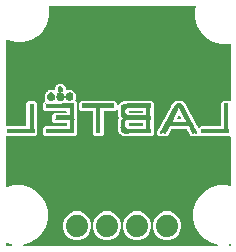
<source format=gbr>
G04 EAGLE Gerber RS-274X export*
G75*
%MOMM*%
%FSLAX25Y25*%
%LPD*%
%INBottom_layer*%
%IPPOS*%
%AMOC8*
5,1,8,0,0,1.08239X$1,22.5*%
G01*
%ADD10C,1.879600*%
%ADD11R,2.263141X0.027941*%
%ADD12R,0.391159X0.027941*%
%ADD13R,0.447041X0.027941*%
%ADD14R,1.955800X0.027941*%
%ADD15R,0.391163X0.027941*%
%ADD16R,2.402841X0.027941*%
%ADD17R,2.291081X0.027938*%
%ADD18R,0.391159X0.027938*%
%ADD19R,0.447041X0.027938*%
%ADD20R,2.179319X0.027938*%
%ADD21R,0.391163X0.027938*%
%ADD22R,2.402841X0.027938*%
%ADD23R,2.291081X0.027941*%
%ADD24R,2.319019X0.027941*%
%ADD25R,2.374900X0.027941*%
%ADD26R,2.430778X0.027938*%
%ADD27R,0.419100X0.027941*%
%ADD28R,2.458719X0.027941*%
%ADD29R,0.447038X0.027941*%
%ADD30R,2.486659X0.027941*%
%ADD31R,0.419100X0.027938*%
%ADD32R,2.514600X0.027938*%
%ADD33R,0.558800X0.027941*%
%ADD34R,0.474981X0.027941*%
%ADD35R,2.430778X0.027941*%
%ADD36R,2.346959X0.027938*%
%ADD37R,2.319022X0.027941*%
%ADD38R,2.235200X0.027941*%
%ADD39R,2.207259X0.027938*%
%ADD40R,2.151378X0.027941*%
%ADD41R,0.363222X0.027941*%
%ADD42R,0.363219X0.027941*%
%ADD43R,0.363219X0.027938*%
%ADD44R,1.620522X0.027938*%
%ADD45R,1.592581X0.027941*%
%ADD46R,2.346959X0.027941*%
%ADD47R,2.291078X0.027941*%
%ADD48R,2.179319X0.027941*%
%ADD49R,2.151378X0.027938*%
%ADD50R,1.592581X0.027938*%
%ADD51R,0.530859X0.027941*%
%ADD52R,0.363222X0.027938*%
%ADD53R,0.335278X0.027941*%
%ADD54R,0.530859X0.027938*%
%ADD55R,2.514600X0.027941*%
%ADD56R,2.682238X0.027941*%
%ADD57R,0.754378X0.027941*%
%ADD58R,0.698500X0.027941*%
%ADD59R,0.642622X0.027938*%
%ADD60R,2.458719X0.027938*%
%ADD61R,2.682238X0.027938*%
%ADD62R,2.374900X0.027938*%
%ADD63R,0.642622X0.027941*%
%ADD64R,0.586741X0.027941*%
%ADD65R,0.474978X0.027938*%
%ADD66R,2.319019X0.027938*%
%ADD67R,0.474978X0.027941*%
%ADD68R,2.011678X0.027941*%
%ADD69R,2.654300X0.027941*%
%ADD70R,1.089662X0.027941*%
%ADD71R,0.027938X0.027941*%
%ADD72R,0.251463X0.027938*%
%ADD73R,0.251459X0.027938*%
%ADD74R,0.335281X0.027941*%
%ADD75R,0.502922X0.027941*%
%ADD76R,0.502919X0.027941*%
%ADD77R,0.530863X0.027938*%
%ADD78R,0.586738X0.027941*%
%ADD79R,0.586738X0.027938*%
%ADD80R,0.586741X0.027938*%
%ADD81R,0.530863X0.027941*%
%ADD82R,0.307338X0.027941*%
%ADD83R,0.307341X0.027941*%
%ADD84R,0.167641X0.027938*%
%ADD85R,0.167637X0.027938*%
%ADD86R,0.139700X0.027938*%
%ADD87R,0.251459X0.027941*%
%ADD88R,0.279400X0.027941*%
%ADD89R,0.223519X0.027941*%
%ADD90C,0.127000*%

G36*
X2186630Y182919D02*
X2186630Y182919D01*
X2186869Y182896D01*
X2187840Y183118D01*
X2188821Y183278D01*
X2189033Y183390D01*
X2189268Y183444D01*
X2190119Y183964D01*
X2190997Y184429D01*
X2191162Y184603D01*
X2191367Y184728D01*
X2192006Y185491D01*
X2192692Y186213D01*
X2192793Y186431D01*
X2192948Y186615D01*
X2193310Y187543D01*
X2193729Y188444D01*
X2193756Y188683D01*
X2193844Y188907D01*
X2193892Y189901D01*
X2194002Y190889D01*
X2193951Y191125D01*
X2193963Y191365D01*
X2193692Y192321D01*
X2193481Y193294D01*
X2193358Y193501D01*
X2193293Y193733D01*
X2192730Y194554D01*
X2192221Y195408D01*
X2192038Y195564D01*
X2191903Y195763D01*
X2191110Y196361D01*
X2190353Y197010D01*
X2190129Y197100D01*
X2189938Y197244D01*
X2188365Y197860D01*
X2142886Y210045D01*
X2085514Y243169D01*
X2038669Y290014D01*
X2005546Y347385D01*
X1988399Y411376D01*
X1988399Y477624D01*
X2005546Y541614D01*
X2038669Y598986D01*
X2085514Y645831D01*
X2142885Y678954D01*
X2206876Y696100D01*
X2273124Y696100D01*
X2296728Y689776D01*
X2297910Y689658D01*
X2299089Y689526D01*
X2299133Y689535D01*
X2299177Y689531D01*
X2300331Y689795D01*
X2301494Y690047D01*
X2301533Y690070D01*
X2301575Y690079D01*
X2302589Y690700D01*
X2303608Y691307D01*
X2303636Y691341D01*
X2303674Y691364D01*
X2304432Y692268D01*
X2305210Y693175D01*
X2305227Y693217D01*
X2305254Y693250D01*
X2305684Y694348D01*
X2306132Y695457D01*
X2306138Y695509D01*
X2306151Y695542D01*
X2306158Y695689D01*
X2306319Y697135D01*
X2306319Y1103249D01*
X2306288Y1103443D01*
X2306309Y1103638D01*
X2306089Y1104654D01*
X2305922Y1105678D01*
X2305830Y1105851D01*
X2305788Y1106043D01*
X2305256Y1106936D01*
X2304771Y1107853D01*
X2304629Y1107988D01*
X2304528Y1108157D01*
X2303741Y1108832D01*
X2302988Y1109548D01*
X2302809Y1109631D01*
X2302660Y1109759D01*
X2301696Y1110148D01*
X2300756Y1110586D01*
X2300561Y1110608D01*
X2300378Y1110681D01*
X2298700Y1110868D01*
X2049800Y1110868D01*
X2046151Y1114518D01*
X2045991Y1114632D01*
X2045868Y1114786D01*
X2044996Y1115348D01*
X2044153Y1115954D01*
X2043965Y1116012D01*
X2043799Y1116118D01*
X2042795Y1116372D01*
X2041801Y1116678D01*
X2041604Y1116673D01*
X2041414Y1116722D01*
X2040380Y1116642D01*
X2039341Y1116616D01*
X2039157Y1116548D01*
X2038960Y1116533D01*
X2038005Y1116128D01*
X2037029Y1115772D01*
X2036876Y1115649D01*
X2036695Y1115572D01*
X2035375Y1114518D01*
X2031726Y1110868D01*
X2023035Y1110868D01*
X2022007Y1110700D01*
X2020968Y1110583D01*
X2020751Y1110495D01*
X2020606Y1110471D01*
X2020321Y1110320D01*
X2019403Y1109947D01*
X2017792Y1109073D01*
X2012806Y1110553D01*
X2012553Y1110586D01*
X2012316Y1110681D01*
X2010638Y1110868D01*
X1995238Y1110868D01*
X1994189Y1110697D01*
X1993127Y1110570D01*
X1992937Y1110492D01*
X1992809Y1110471D01*
X1992534Y1110326D01*
X1991566Y1109925D01*
X1990058Y1109096D01*
X1984992Y1110566D01*
X1984761Y1110594D01*
X1984546Y1110681D01*
X1982867Y1110868D01*
X1971568Y1110868D01*
X1967886Y1114550D01*
X1967023Y1115171D01*
X1966182Y1115833D01*
X1965993Y1115911D01*
X1965888Y1115987D01*
X1965590Y1116078D01*
X1964813Y1116401D01*
X1963841Y1118168D01*
X1963698Y1118351D01*
X1963607Y1118565D01*
X1962553Y1119884D01*
X1956618Y1125818D01*
X1956542Y1126281D01*
X1956473Y1127188D01*
X1956344Y1127491D01*
X1956291Y1127814D01*
X1955867Y1128616D01*
X1955512Y1129454D01*
X1955252Y1129779D01*
X1955141Y1129989D01*
X1954904Y1130214D01*
X1954457Y1130773D01*
X1953824Y1131407D01*
X1953748Y1131871D01*
X1953678Y1132777D01*
X1953550Y1133079D01*
X1953497Y1133402D01*
X1953073Y1134204D01*
X1952718Y1135043D01*
X1952458Y1135368D01*
X1952347Y1135578D01*
X1952111Y1135802D01*
X1951663Y1136362D01*
X1951030Y1136995D01*
X1950954Y1137457D01*
X1950884Y1138364D01*
X1950756Y1138667D01*
X1950703Y1138990D01*
X1950279Y1139792D01*
X1949923Y1140630D01*
X1949664Y1140955D01*
X1949553Y1141165D01*
X1949316Y1141390D01*
X1948869Y1141949D01*
X1948235Y1142583D01*
X1948160Y1143045D01*
X1948090Y1143953D01*
X1947962Y1144256D01*
X1947909Y1144578D01*
X1947484Y1145381D01*
X1947129Y1146218D01*
X1946869Y1146543D01*
X1946758Y1146754D01*
X1946522Y1146978D01*
X1946075Y1147538D01*
X1945442Y1148171D01*
X1945366Y1148635D01*
X1945296Y1149541D01*
X1945168Y1149843D01*
X1945115Y1150166D01*
X1944691Y1150968D01*
X1944336Y1151807D01*
X1944076Y1152132D01*
X1943965Y1152342D01*
X1943729Y1152566D01*
X1943281Y1153126D01*
X1942648Y1153759D01*
X1942572Y1154221D01*
X1942503Y1155128D01*
X1942374Y1155431D01*
X1942321Y1155754D01*
X1941897Y1156556D01*
X1941542Y1157394D01*
X1941282Y1157719D01*
X1941171Y1157929D01*
X1940934Y1158154D01*
X1940487Y1158713D01*
X1937060Y1162141D01*
X1936984Y1162605D01*
X1936914Y1163511D01*
X1936786Y1163813D01*
X1936733Y1164136D01*
X1936309Y1164938D01*
X1935953Y1165776D01*
X1935693Y1166102D01*
X1935583Y1166311D01*
X1935347Y1166536D01*
X1934899Y1167096D01*
X1932917Y1169078D01*
X1932788Y1169321D01*
X1932646Y1169456D01*
X1932545Y1169625D01*
X1931758Y1170300D01*
X1931004Y1171016D01*
X1930826Y1171098D01*
X1930677Y1171227D01*
X1929713Y1171616D01*
X1928773Y1172053D01*
X1928578Y1172075D01*
X1928395Y1172149D01*
X1926717Y1172336D01*
X1808353Y1172336D01*
X1808159Y1172304D01*
X1807963Y1172326D01*
X1806948Y1172106D01*
X1805924Y1171939D01*
X1805751Y1171847D01*
X1805558Y1171805D01*
X1804666Y1171273D01*
X1803749Y1170788D01*
X1803613Y1170646D01*
X1803445Y1170545D01*
X1802770Y1169758D01*
X1802054Y1169004D01*
X1802032Y1168956D01*
X1800455Y1167380D01*
X1800274Y1167128D01*
X1800038Y1166927D01*
X1799093Y1165527D01*
X1793221Y1154316D01*
X1793144Y1154086D01*
X1792947Y1153793D01*
X1790427Y1148983D01*
X1790273Y1148517D01*
X1789873Y1147925D01*
X1787633Y1143649D01*
X1787401Y1142948D01*
X1786800Y1142058D01*
X1784839Y1138315D01*
X1784529Y1137380D01*
X1783727Y1136190D01*
X1782045Y1132981D01*
X1781734Y1132043D01*
X1781608Y1131732D01*
X1781597Y1131722D01*
X1780653Y1130322D01*
X1779251Y1127646D01*
X1778940Y1126708D01*
X1778632Y1125947D01*
X1778525Y1125856D01*
X1777580Y1124456D01*
X1773608Y1116872D01*
X1769430Y1115566D01*
X1768546Y1115123D01*
X1767634Y1114736D01*
X1767396Y1114546D01*
X1767231Y1114463D01*
X1766995Y1114225D01*
X1766315Y1113681D01*
X1763502Y1110868D01*
X1755560Y1110868D01*
X1755255Y1110818D01*
X1754945Y1110844D01*
X1753288Y1110522D01*
X1748501Y1109026D01*
X1746645Y1109998D01*
X1745707Y1110309D01*
X1744788Y1110681D01*
X1744485Y1110715D01*
X1744309Y1110773D01*
X1743973Y1110772D01*
X1743109Y1110868D01*
X1715673Y1110868D01*
X1715472Y1110836D01*
X1715268Y1110858D01*
X1713602Y1110582D01*
X1708442Y1109124D01*
X1707058Y1109898D01*
X1706030Y1110271D01*
X1705016Y1110681D01*
X1704848Y1110700D01*
X1704744Y1110738D01*
X1704449Y1110744D01*
X1703337Y1110868D01*
X1697756Y1110868D01*
X1688889Y1119736D01*
X1688723Y1119855D01*
X1688595Y1120014D01*
X1687222Y1120997D01*
X1685417Y1122007D01*
X1685105Y1122674D01*
X1684677Y1123683D01*
X1684571Y1123816D01*
X1684525Y1123914D01*
X1684323Y1124126D01*
X1683622Y1125003D01*
X1682877Y1125748D01*
X1682877Y1130156D01*
X1682844Y1130357D01*
X1682866Y1130561D01*
X1682590Y1132227D01*
X1678338Y1147280D01*
X1796461Y1358393D01*
X1796525Y1358570D01*
X1796685Y1358793D01*
X1810431Y1383361D01*
X1810560Y1383717D01*
X1810881Y1384166D01*
X1822499Y1404930D01*
X1830005Y1407050D01*
X1830995Y1407513D01*
X1832003Y1407941D01*
X1832136Y1408047D01*
X1832234Y1408093D01*
X1832447Y1408295D01*
X1833322Y1408995D01*
X1834662Y1410335D01*
X1840579Y1410335D01*
X1840780Y1410368D01*
X1840984Y1410346D01*
X1842650Y1410622D01*
X1847812Y1412080D01*
X1849196Y1411305D01*
X1850227Y1410931D01*
X1851238Y1410522D01*
X1851406Y1410503D01*
X1851510Y1410466D01*
X1851805Y1410459D01*
X1852917Y1410335D01*
X1897614Y1410335D01*
X1903028Y1404921D01*
X1903878Y1404310D01*
X1904692Y1403661D01*
X1904908Y1403570D01*
X1905027Y1403484D01*
X1905336Y1403389D01*
X1906248Y1403004D01*
X1910134Y1401850D01*
X1914384Y1394010D01*
X1914541Y1393808D01*
X1914641Y1393573D01*
X1915547Y1392439D01*
X1915573Y1392211D01*
X1915661Y1391994D01*
X1915685Y1391849D01*
X1915807Y1391618D01*
X1915818Y1391567D01*
X1915869Y1391481D01*
X1916208Y1390647D01*
X1917692Y1387909D01*
X1917848Y1387707D01*
X1917949Y1387471D01*
X1919003Y1386151D01*
X1920313Y1384842D01*
X1920946Y1384209D01*
X1921022Y1383744D01*
X1921092Y1382838D01*
X1921220Y1382536D01*
X1921273Y1382213D01*
X1921697Y1381411D01*
X1922053Y1380573D01*
X1922313Y1380248D01*
X1922423Y1380038D01*
X1922659Y1379813D01*
X1923107Y1379253D01*
X1923694Y1378667D01*
X1923823Y1378071D01*
X1923886Y1377250D01*
X1924014Y1376948D01*
X1924067Y1376625D01*
X1924184Y1376404D01*
X1924200Y1376328D01*
X1924411Y1375976D01*
X1924491Y1375823D01*
X1924847Y1374985D01*
X1925107Y1374660D01*
X1925218Y1374450D01*
X1925453Y1374226D01*
X1925456Y1374223D01*
X1925461Y1374215D01*
X1925466Y1374210D01*
X1925901Y1373666D01*
X1926573Y1372994D01*
X1926632Y1372636D01*
X1926748Y1371600D01*
X1926837Y1371381D01*
X1926861Y1371235D01*
X1927012Y1370950D01*
X1927383Y1370035D01*
X1927617Y1369603D01*
X1927775Y1369399D01*
X1927875Y1369163D01*
X1928929Y1367843D01*
X1929443Y1367330D01*
X1929543Y1366443D01*
X1929631Y1366227D01*
X1929655Y1366082D01*
X1929806Y1365796D01*
X1930179Y1364878D01*
X1930928Y1363497D01*
X1931084Y1363295D01*
X1931183Y1363061D01*
X1932238Y1361741D01*
X1932292Y1361687D01*
X1932337Y1361291D01*
X1932425Y1361073D01*
X1932449Y1360928D01*
X1932600Y1360643D01*
X1932972Y1359726D01*
X1934236Y1357395D01*
X1934392Y1357193D01*
X1934492Y1356957D01*
X1935547Y1355638D01*
X1937076Y1354110D01*
X1937077Y1354108D01*
X1937710Y1353475D01*
X1937786Y1353011D01*
X1937856Y1352104D01*
X1937984Y1351803D01*
X1938037Y1351479D01*
X1938461Y1350678D01*
X1938817Y1349839D01*
X1939077Y1349514D01*
X1939188Y1349304D01*
X1939423Y1349080D01*
X1939871Y1348520D01*
X1940504Y1347887D01*
X1940580Y1347424D01*
X1940650Y1346517D01*
X1940778Y1346214D01*
X1940831Y1345891D01*
X1941255Y1345089D01*
X1941611Y1344251D01*
X1941870Y1343926D01*
X1941982Y1343716D01*
X1942218Y1343491D01*
X1942665Y1342932D01*
X1943300Y1342297D01*
X1943395Y1341716D01*
X1943398Y1341696D01*
X1943458Y1340914D01*
X1943496Y1340823D01*
X1943513Y1340677D01*
X1943601Y1340459D01*
X1943625Y1340315D01*
X1943776Y1340030D01*
X1944148Y1339112D01*
X1944163Y1339086D01*
X1944319Y1338884D01*
X1944418Y1338649D01*
X1944678Y1338325D01*
X1944775Y1338140D01*
X1944983Y1337942D01*
X1945473Y1337329D01*
X1946180Y1336623D01*
X1946189Y1336565D01*
X1946306Y1335525D01*
X1946395Y1335307D01*
X1946419Y1335162D01*
X1946569Y1334877D01*
X1946942Y1333960D01*
X1947470Y1332986D01*
X1947627Y1332783D01*
X1947727Y1332547D01*
X1948782Y1331228D01*
X1951046Y1328964D01*
X1951047Y1328962D01*
X1951680Y1328329D01*
X1951756Y1327864D01*
X1951826Y1326958D01*
X1951954Y1326656D01*
X1952007Y1326333D01*
X1952431Y1325531D01*
X1952787Y1324693D01*
X1953047Y1324368D01*
X1953158Y1324158D01*
X1953393Y1323933D01*
X1953841Y1323373D01*
X1954474Y1322740D01*
X1954550Y1322278D01*
X1954620Y1321371D01*
X1954748Y1321068D01*
X1954801Y1320745D01*
X1955225Y1319943D01*
X1955581Y1319105D01*
X1955840Y1318780D01*
X1955952Y1318570D01*
X1956188Y1318345D01*
X1956635Y1317786D01*
X1957268Y1317153D01*
X1957344Y1316688D01*
X1957414Y1315782D01*
X1957542Y1315480D01*
X1957595Y1315157D01*
X1958019Y1314355D01*
X1958374Y1313517D01*
X1958634Y1313192D01*
X1958745Y1312982D01*
X1958981Y1312758D01*
X1959429Y1312198D01*
X1960062Y1311564D01*
X1960138Y1311103D01*
X1960208Y1310195D01*
X1960336Y1309893D01*
X1960389Y1309570D01*
X1960813Y1308767D01*
X1961168Y1307930D01*
X1961428Y1307605D01*
X1961539Y1307394D01*
X1961776Y1307170D01*
X1962223Y1306610D01*
X1962907Y1305926D01*
X1962954Y1305640D01*
X1963071Y1304603D01*
X1963159Y1304386D01*
X1963183Y1304241D01*
X1963334Y1303955D01*
X1963706Y1303038D01*
X1964014Y1302471D01*
X1964171Y1302268D01*
X1964271Y1302033D01*
X1965325Y1300714D01*
X1967810Y1298229D01*
X1967811Y1298228D01*
X1968444Y1297594D01*
X1968520Y1297133D01*
X1968590Y1296225D01*
X1968718Y1295922D01*
X1968771Y1295599D01*
X1969195Y1294797D01*
X1969551Y1293959D01*
X1969810Y1293634D01*
X1969922Y1293424D01*
X1970158Y1293199D01*
X1970605Y1292640D01*
X1971238Y1292007D01*
X1971314Y1291543D01*
X1971384Y1290636D01*
X1971512Y1290334D01*
X1971565Y1290011D01*
X1971989Y1289209D01*
X1972344Y1288371D01*
X1972604Y1288046D01*
X1972715Y1287836D01*
X1972951Y1287612D01*
X1973399Y1287052D01*
X1974032Y1286418D01*
X1974108Y1285957D01*
X1974178Y1285049D01*
X1974306Y1284746D01*
X1974359Y1284423D01*
X1974783Y1283621D01*
X1975138Y1282783D01*
X1975398Y1282458D01*
X1975509Y1282248D01*
X1975746Y1282023D01*
X1976193Y1281464D01*
X1976826Y1280831D01*
X1976902Y1280367D01*
X1976972Y1279460D01*
X1977100Y1279158D01*
X1977153Y1278835D01*
X1977577Y1278033D01*
X1977933Y1277195D01*
X1978193Y1276870D01*
X1978303Y1276660D01*
X1978539Y1276436D01*
X1978987Y1275876D01*
X1979635Y1275228D01*
X1979718Y1274723D01*
X1979834Y1273685D01*
X1979923Y1273467D01*
X1979947Y1273321D01*
X1980098Y1273035D01*
X1980469Y1272120D01*
X1980557Y1271959D01*
X1980714Y1271756D01*
X1980814Y1271520D01*
X1981067Y1271203D01*
X1981098Y1271146D01*
X1981162Y1271084D01*
X1981868Y1270200D01*
X1984573Y1267496D01*
X1984575Y1267493D01*
X1985208Y1266860D01*
X1985284Y1266398D01*
X1985353Y1265491D01*
X1985482Y1265188D01*
X1985535Y1264866D01*
X1985959Y1264063D01*
X1986314Y1263226D01*
X1986574Y1262901D01*
X1986685Y1262690D01*
X1986922Y1262466D01*
X1987369Y1261906D01*
X1988002Y1261273D01*
X1988078Y1260808D01*
X1988148Y1259902D01*
X1988276Y1259600D01*
X1988329Y1259277D01*
X1988753Y1258475D01*
X1989108Y1257637D01*
X1989368Y1257312D01*
X1989479Y1257102D01*
X1989715Y1256878D01*
X1990163Y1256318D01*
X1990796Y1255684D01*
X1990872Y1255223D01*
X1990942Y1254315D01*
X1991070Y1254013D01*
X1991123Y1253690D01*
X1991547Y1252887D01*
X1991903Y1252050D01*
X1992162Y1251725D01*
X1992273Y1251514D01*
X1992510Y1251290D01*
X1992957Y1250730D01*
X1993590Y1250097D01*
X1993666Y1249633D01*
X1993736Y1248726D01*
X1993864Y1248424D01*
X1993917Y1248101D01*
X1994341Y1247299D01*
X1994697Y1246461D01*
X1994957Y1246136D01*
X1995068Y1245926D01*
X1995303Y1245702D01*
X1995751Y1245142D01*
X1998543Y1242350D01*
X1998545Y1242347D01*
X1999178Y1241714D01*
X1999254Y1241253D01*
X1999323Y1240345D01*
X1999452Y1240043D01*
X1999505Y1239720D01*
X1999929Y1238917D01*
X2000284Y1238080D01*
X2000544Y1237755D01*
X2000655Y1237544D01*
X2000892Y1237320D01*
X2001009Y1237173D01*
X2001073Y1237066D01*
X2001142Y1237007D01*
X2001339Y1236760D01*
X2001972Y1236127D01*
X2002048Y1235663D01*
X2002118Y1234756D01*
X2002246Y1234454D01*
X2002299Y1234131D01*
X2002723Y1233329D01*
X2003078Y1232491D01*
X2003338Y1232166D01*
X2003449Y1231956D01*
X2003685Y1231732D01*
X2004133Y1231172D01*
X2004766Y1230538D01*
X2004842Y1230077D01*
X2004912Y1229169D01*
X2005040Y1228866D01*
X2005093Y1228543D01*
X2005517Y1227741D01*
X2005873Y1226903D01*
X2006132Y1226578D01*
X2006243Y1226368D01*
X2006480Y1226143D01*
X2006927Y1225584D01*
X2007560Y1224951D01*
X2007636Y1224487D01*
X2007706Y1223580D01*
X2007834Y1223278D01*
X2007887Y1222955D01*
X2008311Y1222153D01*
X2008667Y1221315D01*
X2008927Y1220990D01*
X2009038Y1220780D01*
X2009273Y1220556D01*
X2009721Y1219996D01*
X2010354Y1219363D01*
X2010430Y1218900D01*
X2010500Y1217993D01*
X2010628Y1217690D01*
X2010681Y1217367D01*
X2011105Y1216565D01*
X2011461Y1215727D01*
X2011720Y1215402D01*
X2011832Y1215192D01*
X2012068Y1214967D01*
X2012515Y1214408D01*
X2015899Y1211023D01*
X2016023Y1210452D01*
X2016088Y1209610D01*
X2016216Y1209308D01*
X2016269Y1208985D01*
X2016391Y1208755D01*
X2016402Y1208702D01*
X2016548Y1208457D01*
X2016693Y1208183D01*
X2017048Y1207345D01*
X2017308Y1207020D01*
X2017419Y1206810D01*
X2017655Y1206586D01*
X2018103Y1206026D01*
X2018736Y1205393D01*
X2018812Y1204928D01*
X2018882Y1204022D01*
X2019010Y1203720D01*
X2019063Y1203397D01*
X2019487Y1202595D01*
X2019843Y1201757D01*
X2020103Y1201432D01*
X2020213Y1201222D01*
X2020449Y1200998D01*
X2020897Y1200438D01*
X2021530Y1199804D01*
X2021606Y1199343D01*
X2021676Y1198435D01*
X2021804Y1198133D01*
X2021857Y1197810D01*
X2022281Y1197007D01*
X2022637Y1196170D01*
X2022896Y1195845D01*
X2023008Y1195634D01*
X2023244Y1195410D01*
X2023691Y1194850D01*
X2024324Y1194217D01*
X2024400Y1193752D01*
X2024470Y1192846D01*
X2024598Y1192544D01*
X2024651Y1192221D01*
X2025075Y1191419D01*
X2025431Y1190581D01*
X2025691Y1190255D01*
X2025802Y1190046D01*
X2026038Y1189821D01*
X2026485Y1189261D01*
X2027567Y1188180D01*
X2027779Y1187779D01*
X2028025Y1187105D01*
X2028352Y1186696D01*
X2028595Y1186236D01*
X2029113Y1185743D01*
X2029561Y1185183D01*
X2030001Y1184900D01*
X2030379Y1184541D01*
X2031028Y1184239D01*
X2031630Y1183851D01*
X2032138Y1183723D01*
X2032610Y1183503D01*
X2033321Y1183423D01*
X2034016Y1183248D01*
X2034537Y1183288D01*
X2035056Y1183230D01*
X2035755Y1183381D01*
X2036470Y1183436D01*
X2036951Y1183641D01*
X2037461Y1183751D01*
X2038076Y1184118D01*
X2038735Y1184397D01*
X2039294Y1184844D01*
X2039574Y1185011D01*
X2039730Y1185192D01*
X2040054Y1185452D01*
X2049799Y1195197D01*
X2214499Y1195197D01*
X2214693Y1195229D01*
X2214888Y1195207D01*
X2215904Y1195427D01*
X2216928Y1195595D01*
X2217101Y1195687D01*
X2217293Y1195728D01*
X2218186Y1196260D01*
X2219103Y1196745D01*
X2219238Y1196888D01*
X2219407Y1196988D01*
X2220082Y1197776D01*
X2220798Y1198529D01*
X2220881Y1198707D01*
X2221009Y1198857D01*
X2221398Y1199821D01*
X2221836Y1200760D01*
X2221858Y1200955D01*
X2221931Y1201138D01*
X2222118Y1202817D01*
X2222118Y1395455D01*
X2236998Y1410335D01*
X2298700Y1410335D01*
X2298894Y1410367D01*
X2299089Y1410345D01*
X2300105Y1410565D01*
X2301128Y1410733D01*
X2301302Y1410824D01*
X2301494Y1410866D01*
X2302387Y1411398D01*
X2303304Y1411883D01*
X2303439Y1412026D01*
X2303608Y1412126D01*
X2304283Y1412913D01*
X2304999Y1413667D01*
X2305082Y1413845D01*
X2305210Y1413994D01*
X2305599Y1414958D01*
X2306037Y1415898D01*
X2306058Y1416093D01*
X2306132Y1416276D01*
X2306319Y1417954D01*
X2306319Y1890262D01*
X2306128Y1891431D01*
X2305949Y1892607D01*
X2305929Y1892647D01*
X2305922Y1892690D01*
X2305375Y1893724D01*
X2304824Y1894796D01*
X2304792Y1894827D01*
X2304771Y1894865D01*
X2303907Y1895687D01*
X2303059Y1896511D01*
X2303020Y1896529D01*
X2302988Y1896560D01*
X2301908Y1897063D01*
X2300840Y1897574D01*
X2300796Y1897580D01*
X2300756Y1897598D01*
X2299592Y1897728D01*
X2298398Y1897875D01*
X2298346Y1897867D01*
X2298311Y1897871D01*
X2298168Y1897840D01*
X2296728Y1897621D01*
X2285824Y1894699D01*
X2219576Y1894699D01*
X2155585Y1911846D01*
X2098214Y1944969D01*
X2051369Y1991814D01*
X2018246Y2049185D01*
X2001099Y2113176D01*
X2001099Y2179424D01*
X2008710Y2207828D01*
X2008828Y2209010D01*
X2008960Y2210189D01*
X2008951Y2210233D01*
X2008955Y2210277D01*
X2008691Y2211431D01*
X2008439Y2212594D01*
X2008416Y2212633D01*
X2008407Y2212675D01*
X2007786Y2213689D01*
X2007179Y2214708D01*
X2007145Y2214736D01*
X2007122Y2214774D01*
X2006218Y2215532D01*
X2005311Y2216310D01*
X2005269Y2216327D01*
X2005236Y2216354D01*
X2004138Y2216784D01*
X2003029Y2217232D01*
X2002977Y2217238D01*
X2002944Y2217251D01*
X2002797Y2217258D01*
X2001351Y2217419D01*
X770652Y2217419D01*
X769483Y2217228D01*
X768306Y2217049D01*
X768267Y2217029D01*
X768223Y2217022D01*
X767178Y2216469D01*
X766118Y2215923D01*
X766087Y2215892D01*
X766048Y2215871D01*
X765228Y2215008D01*
X764403Y2214159D01*
X764383Y2214119D01*
X764353Y2214088D01*
X763856Y2213018D01*
X763339Y2211940D01*
X763333Y2211896D01*
X763315Y2211856D01*
X763185Y2210692D01*
X763038Y2209498D01*
X763046Y2209446D01*
X763043Y2209411D01*
X763073Y2209268D01*
X763292Y2207828D01*
X767500Y2192124D01*
X767500Y2125876D01*
X750354Y2061885D01*
X717231Y2004514D01*
X670386Y1957669D01*
X613014Y1924546D01*
X549024Y1907399D01*
X482776Y1907399D01*
X418785Y1924546D01*
X410210Y1929497D01*
X409319Y1929833D01*
X408456Y1930235D01*
X408175Y1930267D01*
X407908Y1930367D01*
X406956Y1930403D01*
X406011Y1930508D01*
X405733Y1930448D01*
X405449Y1930458D01*
X404535Y1930188D01*
X403606Y1929987D01*
X403362Y1929842D01*
X403089Y1929761D01*
X402309Y1929213D01*
X401492Y1928727D01*
X401307Y1928511D01*
X401074Y1928348D01*
X400511Y1927582D01*
X399890Y1926858D01*
X399783Y1926594D01*
X399615Y1926366D01*
X399325Y1925460D01*
X398968Y1924577D01*
X398928Y1924223D01*
X398864Y1924023D01*
X398869Y1923689D01*
X398781Y1922898D01*
X398781Y1202817D01*
X398813Y1202623D01*
X398791Y1202427D01*
X399011Y1201412D01*
X399178Y1200388D01*
X399270Y1200215D01*
X399312Y1200022D01*
X399844Y1199130D01*
X400329Y1198213D01*
X400471Y1198077D01*
X400572Y1197909D01*
X401359Y1197234D01*
X402113Y1196518D01*
X402291Y1196435D01*
X402440Y1196307D01*
X403404Y1195917D01*
X404344Y1195480D01*
X404539Y1195458D01*
X404722Y1195384D01*
X406400Y1195197D01*
X566039Y1195197D01*
X566233Y1195229D01*
X566428Y1195207D01*
X567444Y1195427D01*
X568468Y1195595D01*
X568641Y1195687D01*
X568833Y1195728D01*
X569726Y1196260D01*
X570643Y1196745D01*
X570778Y1196888D01*
X570947Y1196988D01*
X571622Y1197776D01*
X572338Y1198529D01*
X572421Y1198707D01*
X572549Y1198857D01*
X572938Y1199821D01*
X573376Y1200760D01*
X573398Y1200955D01*
X573471Y1201138D01*
X573658Y1202817D01*
X573658Y1392662D01*
X588538Y1407541D01*
X651490Y1407541D01*
X666369Y1392662D01*
X666369Y1125748D01*
X651490Y1110868D01*
X406400Y1110868D01*
X406206Y1110837D01*
X406011Y1110858D01*
X404995Y1110638D01*
X403972Y1110471D01*
X403798Y1110379D01*
X403606Y1110338D01*
X402713Y1109805D01*
X401796Y1109320D01*
X401661Y1109178D01*
X401492Y1109077D01*
X400817Y1108290D01*
X400101Y1107537D01*
X400018Y1107358D01*
X399890Y1107209D01*
X399501Y1106245D01*
X399063Y1105305D01*
X399042Y1105110D01*
X398968Y1104928D01*
X398781Y1103249D01*
X398781Y686927D01*
X398972Y685757D01*
X399151Y684581D01*
X399171Y684541D01*
X399178Y684498D01*
X399728Y683458D01*
X400276Y682393D01*
X400308Y682362D01*
X400329Y682323D01*
X401193Y681502D01*
X402041Y680678D01*
X402080Y680658D01*
X402113Y680628D01*
X403199Y680123D01*
X404260Y679614D01*
X404303Y679609D01*
X404344Y679590D01*
X405521Y679459D01*
X406702Y679313D01*
X406754Y679321D01*
X406789Y679317D01*
X406932Y679348D01*
X408372Y679567D01*
X470076Y696100D01*
X536324Y696100D01*
X600314Y678954D01*
X657686Y645831D01*
X704531Y598986D01*
X737654Y541614D01*
X754800Y477624D01*
X754800Y411376D01*
X737654Y347385D01*
X704531Y290014D01*
X657686Y243169D01*
X600314Y210045D01*
X554835Y197860D01*
X554616Y197761D01*
X554379Y197722D01*
X553501Y197258D01*
X552592Y196848D01*
X552416Y196683D01*
X552203Y196571D01*
X551517Y195849D01*
X550789Y195173D01*
X550675Y194963D01*
X550508Y194788D01*
X550089Y193885D01*
X549613Y193011D01*
X549572Y192774D01*
X549471Y192556D01*
X549360Y191568D01*
X549188Y190587D01*
X549224Y190350D01*
X549198Y190111D01*
X549408Y189138D01*
X549558Y188154D01*
X549668Y187940D01*
X549719Y187706D01*
X550228Y186852D01*
X550683Y185966D01*
X550856Y185798D01*
X550979Y185592D01*
X551734Y184944D01*
X552448Y184251D01*
X552664Y184147D01*
X552847Y183990D01*
X553772Y183617D01*
X554667Y183188D01*
X554905Y183158D01*
X555129Y183068D01*
X556807Y182881D01*
X2186393Y182881D01*
X2186630Y182919D01*
G37*
%LPC*%
G36*
X1152926Y1110868D02*
X1152926Y1110868D01*
X1138046Y1125748D01*
X1138046Y1318387D01*
X1138029Y1318492D01*
X1138036Y1318557D01*
X1138020Y1318632D01*
X1138036Y1318776D01*
X1137816Y1319792D01*
X1137649Y1320815D01*
X1137557Y1320989D01*
X1137515Y1321181D01*
X1136983Y1322073D01*
X1136498Y1322991D01*
X1136356Y1323126D01*
X1136255Y1323295D01*
X1135468Y1323970D01*
X1134714Y1324686D01*
X1134536Y1324768D01*
X1134387Y1324897D01*
X1133423Y1325286D01*
X1132483Y1325723D01*
X1132288Y1325745D01*
X1132105Y1325819D01*
X1130427Y1326006D01*
X1038372Y1326006D01*
X1023493Y1340886D01*
X1023493Y1395456D01*
X1038372Y1410335D01*
X1324844Y1410335D01*
X1341953Y1393226D01*
X1341955Y1393223D01*
X1342517Y1392661D01*
X1342517Y1383625D01*
X1342633Y1382918D01*
X1342651Y1382203D01*
X1342830Y1381712D01*
X1342915Y1381197D01*
X1343249Y1380564D01*
X1343495Y1379891D01*
X1343821Y1379483D01*
X1344065Y1379021D01*
X1344585Y1378528D01*
X1345031Y1377969D01*
X1345470Y1377687D01*
X1345849Y1377326D01*
X1346499Y1377024D01*
X1347100Y1376637D01*
X1347607Y1376509D01*
X1348080Y1376288D01*
X1348792Y1376209D01*
X1349486Y1376033D01*
X1350007Y1376073D01*
X1350526Y1376016D01*
X1351225Y1376167D01*
X1351939Y1376222D01*
X1352421Y1376426D01*
X1352931Y1376537D01*
X1353546Y1376903D01*
X1354205Y1377183D01*
X1354765Y1377630D01*
X1355044Y1377797D01*
X1355199Y1377977D01*
X1355524Y1378237D01*
X1357339Y1380052D01*
X1357429Y1380177D01*
X1357549Y1380270D01*
X1358550Y1381630D01*
X1364336Y1391652D01*
X1364519Y1391795D01*
X1364582Y1391880D01*
X1364635Y1391923D01*
X1364758Y1392118D01*
X1365520Y1393155D01*
X1366271Y1394455D01*
X1378346Y1401427D01*
X1378464Y1401523D01*
X1378604Y1401583D01*
X1379521Y1402315D01*
X1379577Y1402339D01*
X1379645Y1402351D01*
X1379850Y1402459D01*
X1381026Y1402974D01*
X1384957Y1405243D01*
X1385076Y1405341D01*
X1385218Y1405401D01*
X1385449Y1405586D01*
X1385865Y1405768D01*
X1392676Y1409700D01*
X1408977Y1409700D01*
X1409873Y1409847D01*
X1410780Y1409917D01*
X1411083Y1410045D01*
X1411406Y1410098D01*
X1411854Y1410335D01*
X1634978Y1410335D01*
X1652088Y1393225D01*
X1652089Y1393223D01*
X1652651Y1392661D01*
X1652651Y1128542D01*
X1635541Y1111432D01*
X1635540Y1111431D01*
X1634978Y1110868D01*
X1417433Y1110868D01*
X1417087Y1110975D01*
X1416243Y1111316D01*
X1415832Y1111362D01*
X1415604Y1111432D01*
X1415278Y1111424D01*
X1414565Y1111503D01*
X1396018Y1111503D01*
X1365723Y1128995D01*
X1357254Y1143663D01*
X1357157Y1143782D01*
X1357097Y1143922D01*
X1356043Y1145242D01*
X1355707Y1145577D01*
X1355635Y1146093D01*
X1355592Y1146190D01*
X1355581Y1146259D01*
X1355472Y1146465D01*
X1354958Y1147640D01*
X1353436Y1150275D01*
X1353339Y1150393D01*
X1353280Y1150533D01*
X1352705Y1151253D01*
X1352678Y1151303D01*
X1352164Y1152478D01*
X1349621Y1156884D01*
X1349522Y1157005D01*
X1349462Y1157148D01*
X1349424Y1157194D01*
X1349369Y1157319D01*
X1348231Y1159291D01*
X1348231Y1163867D01*
X1348085Y1164762D01*
X1348015Y1165670D01*
X1347887Y1165973D01*
X1347834Y1166295D01*
X1347597Y1166744D01*
X1347597Y1170089D01*
X1347596Y1170091D01*
X1347596Y1237120D01*
X1347703Y1237468D01*
X1348044Y1238311D01*
X1348090Y1238723D01*
X1348160Y1238951D01*
X1348152Y1239278D01*
X1348231Y1239989D01*
X1348231Y1244565D01*
X1349370Y1246537D01*
X1349443Y1246729D01*
X1349620Y1246970D01*
X1352163Y1251376D01*
X1352567Y1252443D01*
X1352997Y1253508D01*
X1353009Y1253613D01*
X1353034Y1253678D01*
X1353043Y1253913D01*
X1353184Y1255186D01*
X1353184Y1255755D01*
X1353747Y1256318D01*
X1356043Y1258614D01*
X1356132Y1258738D01*
X1356252Y1258832D01*
X1357253Y1260192D01*
X1357833Y1261195D01*
X1357987Y1261603D01*
X1358223Y1261969D01*
X1358373Y1262566D01*
X1358471Y1262776D01*
X1358488Y1262929D01*
X1358703Y1263497D01*
X1358719Y1263933D01*
X1358826Y1264355D01*
X1358764Y1265154D01*
X1358794Y1265956D01*
X1358670Y1266374D01*
X1358637Y1266808D01*
X1358324Y1267547D01*
X1358097Y1268316D01*
X1357846Y1268673D01*
X1357676Y1269074D01*
X1356769Y1270209D01*
X1356683Y1270331D01*
X1356654Y1270352D01*
X1356622Y1270393D01*
X1355908Y1271107D01*
X1355832Y1271569D01*
X1355763Y1272476D01*
X1355634Y1272779D01*
X1355581Y1273102D01*
X1355157Y1273904D01*
X1354802Y1274742D01*
X1354542Y1275067D01*
X1354431Y1275277D01*
X1354194Y1275502D01*
X1353747Y1276061D01*
X1353114Y1276695D01*
X1353038Y1277157D01*
X1352968Y1278064D01*
X1352840Y1278367D01*
X1352787Y1278690D01*
X1352363Y1279492D01*
X1352008Y1280330D01*
X1351748Y1280655D01*
X1351637Y1280865D01*
X1351400Y1281090D01*
X1350953Y1281649D01*
X1350390Y1282212D01*
X1350390Y1314789D01*
X1350391Y1314792D01*
X1350391Y1318172D01*
X1350390Y1318173D01*
X1350390Y1330364D01*
X1350275Y1331071D01*
X1350256Y1331786D01*
X1350077Y1332277D01*
X1349993Y1332793D01*
X1349659Y1333424D01*
X1349413Y1334098D01*
X1349086Y1334507D01*
X1348842Y1334968D01*
X1348324Y1335460D01*
X1347876Y1336020D01*
X1347437Y1336303D01*
X1347058Y1336663D01*
X1346410Y1336965D01*
X1345807Y1337353D01*
X1345300Y1337481D01*
X1344827Y1337701D01*
X1344117Y1337780D01*
X1343422Y1337956D01*
X1342900Y1337916D01*
X1342382Y1337973D01*
X1341683Y1337822D01*
X1340968Y1337767D01*
X1340486Y1337563D01*
X1339977Y1337453D01*
X1339362Y1337086D01*
X1338703Y1336806D01*
X1338143Y1336359D01*
X1337863Y1336192D01*
X1337708Y1336011D01*
X1337383Y1335752D01*
X1327638Y1326006D01*
X1235583Y1326006D01*
X1235389Y1325974D01*
X1235193Y1325996D01*
X1234178Y1325776D01*
X1233154Y1325609D01*
X1232981Y1325517D01*
X1232788Y1325475D01*
X1231896Y1324943D01*
X1230979Y1324458D01*
X1230843Y1324316D01*
X1230675Y1324215D01*
X1230000Y1323428D01*
X1229284Y1322674D01*
X1229201Y1322496D01*
X1229073Y1322347D01*
X1228683Y1321383D01*
X1228246Y1320443D01*
X1228224Y1320248D01*
X1228151Y1320065D01*
X1227963Y1318387D01*
X1227963Y1125748D01*
X1213084Y1110868D01*
X1152926Y1110868D01*
G37*
%LPD*%
%LPC*%
G36*
X728238Y1110868D02*
X728238Y1110868D01*
X713359Y1125748D01*
X713359Y1180318D01*
X728238Y1195197D01*
X906907Y1195197D01*
X907101Y1195229D01*
X907296Y1195207D01*
X908312Y1195427D01*
X909335Y1195595D01*
X909509Y1195687D01*
X909701Y1195728D01*
X910593Y1196260D01*
X911511Y1196745D01*
X911646Y1196888D01*
X911815Y1196988D01*
X912490Y1197776D01*
X913206Y1198529D01*
X913288Y1198707D01*
X913417Y1198857D01*
X913806Y1199821D01*
X914243Y1200760D01*
X914265Y1200955D01*
X914339Y1201138D01*
X914526Y1202817D01*
X914526Y1217803D01*
X914494Y1217997D01*
X914516Y1218193D01*
X914296Y1219208D01*
X914129Y1220232D01*
X914037Y1220405D01*
X913995Y1220598D01*
X913463Y1221490D01*
X912978Y1222407D01*
X912836Y1222543D01*
X912735Y1222711D01*
X911948Y1223386D01*
X911194Y1224102D01*
X911016Y1224185D01*
X910867Y1224313D01*
X909903Y1224703D01*
X908963Y1225140D01*
X908768Y1225162D01*
X908585Y1225235D01*
X906907Y1225423D01*
X806470Y1225423D01*
X791591Y1240302D01*
X791591Y1264138D01*
X792153Y1264700D01*
X792683Y1265438D01*
X793275Y1266128D01*
X793398Y1266432D01*
X793589Y1266698D01*
X793857Y1267567D01*
X794197Y1268409D01*
X794243Y1268822D01*
X794313Y1269050D01*
X794305Y1269377D01*
X794384Y1270088D01*
X794384Y1292078D01*
X809264Y1306957D01*
X906907Y1306957D01*
X907101Y1306989D01*
X907296Y1306967D01*
X908312Y1307187D01*
X909335Y1307355D01*
X909509Y1307447D01*
X909701Y1307488D01*
X910593Y1308020D01*
X911511Y1308505D01*
X911646Y1308648D01*
X911815Y1308748D01*
X912490Y1309536D01*
X913206Y1310289D01*
X913288Y1310467D01*
X913417Y1310617D01*
X913806Y1311581D01*
X914243Y1312520D01*
X914265Y1312715D01*
X914339Y1312898D01*
X914526Y1314577D01*
X914526Y1318387D01*
X914509Y1318492D01*
X914516Y1318557D01*
X914500Y1318632D01*
X914516Y1318776D01*
X914296Y1319792D01*
X914129Y1320815D01*
X914037Y1320989D01*
X913995Y1321181D01*
X913463Y1322073D01*
X912978Y1322991D01*
X912836Y1323126D01*
X912735Y1323295D01*
X911948Y1323970D01*
X911194Y1324686D01*
X911016Y1324768D01*
X910867Y1324897D01*
X909903Y1325286D01*
X908963Y1325723D01*
X908768Y1325745D01*
X908585Y1325819D01*
X906907Y1326006D01*
X731032Y1326006D01*
X716153Y1340886D01*
X716153Y1395456D01*
X732375Y1411678D01*
X732490Y1411838D01*
X732644Y1411961D01*
X733205Y1412832D01*
X733811Y1413676D01*
X733869Y1413864D01*
X733976Y1414030D01*
X734230Y1415035D01*
X734536Y1416028D01*
X734531Y1416225D01*
X734579Y1416416D01*
X734499Y1417448D01*
X734473Y1418488D01*
X734405Y1418673D01*
X734390Y1418869D01*
X733985Y1419823D01*
X733930Y1419975D01*
X733922Y1420014D01*
X733907Y1420038D01*
X733629Y1420799D01*
X733506Y1420953D01*
X733429Y1421135D01*
X732737Y1422000D01*
X732661Y1422127D01*
X732579Y1422198D01*
X732374Y1422454D01*
X730687Y1424141D01*
X730684Y1424144D01*
X730123Y1424706D01*
X730123Y1440183D01*
X730098Y1440335D01*
X730113Y1440467D01*
X730048Y1440766D01*
X730061Y1441148D01*
X729764Y1442373D01*
X729725Y1442612D01*
X729690Y1442678D01*
X729663Y1442789D01*
X727839Y1447800D01*
X729663Y1452810D01*
X729710Y1453059D01*
X729803Y1453260D01*
X729827Y1453469D01*
X729935Y1453738D01*
X730075Y1454986D01*
X730120Y1455228D01*
X730110Y1455303D01*
X730123Y1455416D01*
X730123Y1468100D01*
X730685Y1468662D01*
X731215Y1469400D01*
X731807Y1470090D01*
X731930Y1470394D01*
X732121Y1470660D01*
X732388Y1471529D01*
X732729Y1472371D01*
X732775Y1472784D01*
X732845Y1473012D01*
X732837Y1473338D01*
X732871Y1473643D01*
X738554Y1479326D01*
X739030Y1479987D01*
X739577Y1480594D01*
X739822Y1481089D01*
X739990Y1481324D01*
X740076Y1481603D01*
X740327Y1482108D01*
X741180Y1484452D01*
X746228Y1487366D01*
X746346Y1487463D01*
X746486Y1487523D01*
X747806Y1488577D01*
X750026Y1490798D01*
X750028Y1490799D01*
X755616Y1496387D01*
X758972Y1499743D01*
X761403Y1499743D01*
X762299Y1499890D01*
X763206Y1499959D01*
X763509Y1500088D01*
X763832Y1500141D01*
X764634Y1500565D01*
X765472Y1500920D01*
X765797Y1501180D01*
X766007Y1501291D01*
X766232Y1501528D01*
X766791Y1501975D01*
X767354Y1502537D01*
X770463Y1502537D01*
X771588Y1502722D01*
X772725Y1502881D01*
X772822Y1502923D01*
X772891Y1502935D01*
X773098Y1503044D01*
X774272Y1503558D01*
X774958Y1503954D01*
X782338Y1502653D01*
X782660Y1502649D01*
X783661Y1502537D01*
X802366Y1502537D01*
X802763Y1502139D01*
X803555Y1501570D01*
X804304Y1500950D01*
X804548Y1500856D01*
X804762Y1500703D01*
X805693Y1500416D01*
X806601Y1500067D01*
X806863Y1500056D01*
X807113Y1499978D01*
X808089Y1500003D01*
X809059Y1499962D01*
X809311Y1500035D01*
X809573Y1500041D01*
X810488Y1500375D01*
X811423Y1500646D01*
X811639Y1500795D01*
X811885Y1500885D01*
X812644Y1501492D01*
X813446Y1502048D01*
X813603Y1502258D01*
X813807Y1502421D01*
X814335Y1503240D01*
X814916Y1504021D01*
X814998Y1504269D01*
X815140Y1504490D01*
X815379Y1505436D01*
X815681Y1506360D01*
X815679Y1506621D01*
X815743Y1506876D01*
X815668Y1507848D01*
X815660Y1508820D01*
X815591Y1509059D01*
X816156Y1510424D01*
X816305Y1511058D01*
X816549Y1511661D01*
X816642Y1512493D01*
X816718Y1512819D01*
X816700Y1513015D01*
X816736Y1513340D01*
X816736Y1526774D01*
X817299Y1527336D01*
X817829Y1528074D01*
X818421Y1528764D01*
X818544Y1529068D01*
X818735Y1529335D01*
X819003Y1530203D01*
X819343Y1531046D01*
X819389Y1531458D01*
X819459Y1531686D01*
X819451Y1532013D01*
X819485Y1532316D01*
X828211Y1541043D01*
X828592Y1541572D01*
X829048Y1542035D01*
X829451Y1542768D01*
X829549Y1542904D01*
X829998Y1543094D01*
X830652Y1543617D01*
X830937Y1543793D01*
X831062Y1543944D01*
X831317Y1544148D01*
X839998Y1552829D01*
X852274Y1552829D01*
X852917Y1552934D01*
X853568Y1552940D01*
X854372Y1553173D01*
X854703Y1553227D01*
X854876Y1553318D01*
X855190Y1553409D01*
X863092Y1556682D01*
X870993Y1553409D01*
X871627Y1553260D01*
X872231Y1553016D01*
X873063Y1552923D01*
X873389Y1552847D01*
X873585Y1552865D01*
X873909Y1552829D01*
X883392Y1552829D01*
X889542Y1546679D01*
X889543Y1546678D01*
X890096Y1546125D01*
X890626Y1545744D01*
X891091Y1545287D01*
X891820Y1544885D01*
X892094Y1544688D01*
X892283Y1544630D01*
X892570Y1544472D01*
X896619Y1542795D01*
X898296Y1538746D01*
X898639Y1538193D01*
X898893Y1537593D01*
X899415Y1536940D01*
X899592Y1536654D01*
X899744Y1536528D01*
X899948Y1536274D01*
X906724Y1529497D01*
X906800Y1529034D01*
X906870Y1528127D01*
X906998Y1527824D01*
X907051Y1527501D01*
X907475Y1526699D01*
X907831Y1525861D01*
X908090Y1525536D01*
X908202Y1525326D01*
X908438Y1525101D01*
X908885Y1524542D01*
X909447Y1523980D01*
X909447Y1513340D01*
X909553Y1512697D01*
X909558Y1512047D01*
X909791Y1511242D01*
X909845Y1510911D01*
X909937Y1510738D01*
X910027Y1510424D01*
X911346Y1507241D01*
X911961Y1506248D01*
X912557Y1505249D01*
X912607Y1505206D01*
X912642Y1505149D01*
X913537Y1504408D01*
X914425Y1503647D01*
X914487Y1503622D01*
X914538Y1503580D01*
X915623Y1503163D01*
X916707Y1502724D01*
X916785Y1502716D01*
X916834Y1502697D01*
X917031Y1502688D01*
X918385Y1502537D01*
X924994Y1502537D01*
X926114Y1502721D01*
X927256Y1502881D01*
X927354Y1502923D01*
X927422Y1502935D01*
X927627Y1503043D01*
X928686Y1503507D01*
X933528Y1502653D01*
X933849Y1502649D01*
X934850Y1502537D01*
X958830Y1502537D01*
X959393Y1501975D01*
X960131Y1501444D01*
X960820Y1500853D01*
X961125Y1500730D01*
X961391Y1500538D01*
X962260Y1500271D01*
X963102Y1499930D01*
X963514Y1499884D01*
X963743Y1499814D01*
X964069Y1499823D01*
X964372Y1499789D01*
X964980Y1499181D01*
X965718Y1498650D01*
X966408Y1498059D01*
X966713Y1497936D01*
X966979Y1497744D01*
X967848Y1497477D01*
X968690Y1497136D01*
X969102Y1497090D01*
X969330Y1497020D01*
X969657Y1497028D01*
X969960Y1496995D01*
X970568Y1496387D01*
X970569Y1496386D01*
X987750Y1479205D01*
X987826Y1478743D01*
X987896Y1477835D01*
X988024Y1477533D01*
X988077Y1477210D01*
X988501Y1476407D01*
X988857Y1475570D01*
X989116Y1475245D01*
X989228Y1475034D01*
X989464Y1474810D01*
X989911Y1474250D01*
X992704Y1471458D01*
X992705Y1471456D01*
X993267Y1470894D01*
X993267Y1424706D01*
X992705Y1424144D01*
X992175Y1423406D01*
X991583Y1422716D01*
X991460Y1422412D01*
X991269Y1422146D01*
X991001Y1421277D01*
X990661Y1420434D01*
X990615Y1420022D01*
X990544Y1419794D01*
X990553Y1419467D01*
X990500Y1418993D01*
X990187Y1418507D01*
X989579Y1417661D01*
X989521Y1417473D01*
X989415Y1417308D01*
X989161Y1416304D01*
X988854Y1415309D01*
X988859Y1415113D01*
X988811Y1414922D01*
X988891Y1413885D01*
X988918Y1412849D01*
X988985Y1412666D01*
X989000Y1412468D01*
X989406Y1411511D01*
X989761Y1410538D01*
X989884Y1410384D01*
X989961Y1410203D01*
X991015Y1408884D01*
X1004443Y1395456D01*
X1004443Y1125748D01*
X989564Y1110868D01*
X728238Y1110868D01*
G37*
%LPD*%
%LPC*%
G36*
X1741553Y236219D02*
X1741553Y236219D01*
X1697676Y254394D01*
X1664094Y287976D01*
X1645919Y331853D01*
X1645919Y379346D01*
X1664094Y423223D01*
X1697676Y456806D01*
X1741553Y474980D01*
X1789046Y474980D01*
X1832923Y456806D01*
X1866506Y423223D01*
X1884680Y379346D01*
X1884680Y331853D01*
X1866506Y287976D01*
X1832923Y254394D01*
X1789046Y236219D01*
X1741553Y236219D01*
G37*
%LPD*%
%LPC*%
G36*
X1487553Y236219D02*
X1487553Y236219D01*
X1443676Y254394D01*
X1410094Y287976D01*
X1391919Y331853D01*
X1391919Y379346D01*
X1410094Y423223D01*
X1443676Y456806D01*
X1487553Y474980D01*
X1535046Y474980D01*
X1578923Y456806D01*
X1612506Y423223D01*
X1630680Y379346D01*
X1630680Y331853D01*
X1612506Y287976D01*
X1578923Y254394D01*
X1535046Y236219D01*
X1487553Y236219D01*
G37*
%LPD*%
%LPC*%
G36*
X1233553Y236219D02*
X1233553Y236219D01*
X1189676Y254394D01*
X1156094Y287976D01*
X1137919Y331853D01*
X1137919Y379346D01*
X1156094Y423223D01*
X1189676Y456806D01*
X1233553Y474980D01*
X1281046Y474980D01*
X1324923Y456806D01*
X1358506Y423223D01*
X1376680Y379346D01*
X1376680Y331853D01*
X1358506Y287976D01*
X1324923Y254394D01*
X1281046Y236219D01*
X1233553Y236219D01*
G37*
%LPD*%
%LPC*%
G36*
X979553Y236219D02*
X979553Y236219D01*
X935676Y254394D01*
X902094Y287976D01*
X883919Y331853D01*
X883919Y379346D01*
X902094Y423223D01*
X935676Y456806D01*
X979553Y474980D01*
X1027046Y474980D01*
X1070923Y456806D01*
X1104506Y423223D01*
X1122680Y379346D01*
X1122680Y331853D01*
X1104506Y287976D01*
X1070923Y254394D01*
X1027046Y236219D01*
X979553Y236219D01*
G37*
%LPD*%
G36*
X1552515Y1195229D02*
X1552515Y1195229D01*
X1552710Y1195207D01*
X1553726Y1195427D01*
X1554749Y1195595D01*
X1554923Y1195687D01*
X1555115Y1195728D01*
X1556008Y1196260D01*
X1556925Y1196745D01*
X1557060Y1196888D01*
X1557229Y1196988D01*
X1557904Y1197776D01*
X1558620Y1198529D01*
X1558703Y1198707D01*
X1558831Y1198857D01*
X1559220Y1199821D01*
X1559658Y1200760D01*
X1559679Y1200955D01*
X1559753Y1201138D01*
X1559940Y1202817D01*
X1559940Y1217803D01*
X1559908Y1217997D01*
X1559930Y1218193D01*
X1559710Y1219208D01*
X1559543Y1220232D01*
X1559451Y1220405D01*
X1559409Y1220598D01*
X1558877Y1221490D01*
X1558392Y1222407D01*
X1558250Y1222543D01*
X1558149Y1222711D01*
X1557362Y1223386D01*
X1556608Y1224102D01*
X1556430Y1224185D01*
X1556281Y1224313D01*
X1555317Y1224703D01*
X1554377Y1225140D01*
X1554182Y1225162D01*
X1553999Y1225235D01*
X1552321Y1225423D01*
X1447927Y1225423D01*
X1447733Y1225391D01*
X1447537Y1225413D01*
X1446522Y1225193D01*
X1445498Y1225025D01*
X1445325Y1224933D01*
X1445132Y1224892D01*
X1444240Y1224359D01*
X1443323Y1223874D01*
X1443187Y1223732D01*
X1443019Y1223631D01*
X1442344Y1222844D01*
X1441628Y1222091D01*
X1441545Y1221913D01*
X1441417Y1221763D01*
X1441027Y1220799D01*
X1440590Y1219859D01*
X1440568Y1219664D01*
X1440494Y1219482D01*
X1440307Y1217803D01*
X1440307Y1203032D01*
X1440454Y1202137D01*
X1440523Y1201229D01*
X1440652Y1200926D01*
X1440705Y1200603D01*
X1441129Y1199801D01*
X1441484Y1198963D01*
X1441744Y1198638D01*
X1441855Y1198428D01*
X1442092Y1198203D01*
X1442274Y1197975D01*
X1442314Y1197909D01*
X1442357Y1197872D01*
X1442539Y1197644D01*
X1442754Y1197429D01*
X1443382Y1196978D01*
X1443639Y1196733D01*
X1443739Y1196687D01*
X1444182Y1196307D01*
X1444486Y1196184D01*
X1444753Y1195993D01*
X1445621Y1195725D01*
X1446463Y1195384D01*
X1446876Y1195338D01*
X1447104Y1195268D01*
X1447431Y1195277D01*
X1448142Y1195197D01*
X1552321Y1195197D01*
X1552515Y1195229D01*
G37*
G36*
X1552515Y1306989D02*
X1552515Y1306989D01*
X1552710Y1306967D01*
X1553726Y1307187D01*
X1554749Y1307355D01*
X1554923Y1307447D01*
X1555115Y1307488D01*
X1556008Y1308020D01*
X1556925Y1308505D01*
X1557060Y1308648D01*
X1557229Y1308748D01*
X1557904Y1309536D01*
X1558620Y1310289D01*
X1558703Y1310467D01*
X1558831Y1310617D01*
X1559220Y1311581D01*
X1559658Y1312520D01*
X1559679Y1312715D01*
X1559753Y1312898D01*
X1559940Y1314577D01*
X1559940Y1318387D01*
X1559923Y1318492D01*
X1559930Y1318557D01*
X1559914Y1318632D01*
X1559930Y1318776D01*
X1559710Y1319792D01*
X1559543Y1320815D01*
X1559451Y1320989D01*
X1559409Y1321181D01*
X1558877Y1322073D01*
X1558392Y1322991D01*
X1558250Y1323126D01*
X1558149Y1323295D01*
X1557362Y1323970D01*
X1556608Y1324686D01*
X1556430Y1324768D01*
X1556281Y1324897D01*
X1555317Y1325286D01*
X1554377Y1325723D01*
X1554182Y1325745D01*
X1553999Y1325819D01*
X1552321Y1326006D01*
X1450721Y1326006D01*
X1450527Y1325974D01*
X1450331Y1325996D01*
X1449316Y1325776D01*
X1448292Y1325609D01*
X1448119Y1325517D01*
X1447926Y1325475D01*
X1447034Y1324943D01*
X1446117Y1324458D01*
X1445981Y1324316D01*
X1445813Y1324215D01*
X1445138Y1323428D01*
X1444422Y1322674D01*
X1444399Y1322626D01*
X1443643Y1321870D01*
X1443528Y1321710D01*
X1443375Y1321587D01*
X1442814Y1320716D01*
X1442207Y1319872D01*
X1442149Y1319683D01*
X1442043Y1319518D01*
X1441788Y1318513D01*
X1441483Y1317520D01*
X1441488Y1317324D01*
X1441439Y1317133D01*
X1441519Y1316096D01*
X1441545Y1315060D01*
X1441613Y1314876D01*
X1441628Y1314679D01*
X1442033Y1313724D01*
X1442388Y1312749D01*
X1442512Y1312595D01*
X1442588Y1312413D01*
X1443643Y1311094D01*
X1445332Y1309405D01*
X1445333Y1309404D01*
X1445548Y1309189D01*
X1446175Y1308738D01*
X1446433Y1308493D01*
X1446533Y1308446D01*
X1446976Y1308067D01*
X1447280Y1307944D01*
X1447546Y1307753D01*
X1448415Y1307485D01*
X1449257Y1307144D01*
X1449670Y1307098D01*
X1449898Y1307028D01*
X1450224Y1307037D01*
X1450936Y1306957D01*
X1552321Y1306957D01*
X1552515Y1306989D01*
G37*
G36*
X449830Y182919D02*
X449830Y182919D01*
X450069Y182896D01*
X451040Y183118D01*
X452021Y183278D01*
X452233Y183390D01*
X452468Y183444D01*
X453318Y183964D01*
X454196Y184429D01*
X454362Y184603D01*
X454567Y184728D01*
X455205Y185490D01*
X455891Y186213D01*
X455993Y186431D01*
X456147Y186615D01*
X456509Y187540D01*
X456929Y188444D01*
X456956Y188683D01*
X457043Y188907D01*
X457092Y189903D01*
X457202Y190889D01*
X457151Y191124D01*
X457163Y191365D01*
X456891Y192324D01*
X456681Y193294D01*
X456558Y193501D01*
X456492Y193733D01*
X455930Y194554D01*
X455421Y195408D01*
X455238Y195564D01*
X455102Y195763D01*
X454309Y196361D01*
X453553Y197010D01*
X453329Y197100D01*
X453138Y197244D01*
X451564Y197860D01*
X408372Y209433D01*
X407191Y209551D01*
X406011Y209683D01*
X405967Y209673D01*
X405923Y209678D01*
X404766Y209413D01*
X403606Y209162D01*
X403568Y209139D01*
X403524Y209129D01*
X402504Y208505D01*
X401492Y207901D01*
X401464Y207868D01*
X401426Y207845D01*
X400668Y206941D01*
X399890Y206033D01*
X399873Y205991D01*
X399846Y205958D01*
X399418Y204865D01*
X398968Y203752D01*
X398962Y203699D01*
X398949Y203666D01*
X398942Y203520D01*
X398781Y202073D01*
X398781Y190500D01*
X398813Y190306D01*
X398791Y190111D01*
X399011Y189095D01*
X399178Y188072D01*
X399270Y187898D01*
X399312Y187706D01*
X399844Y186813D01*
X400329Y185896D01*
X400471Y185761D01*
X400572Y185592D01*
X401359Y184917D01*
X402113Y184201D01*
X402291Y184118D01*
X402440Y183990D01*
X403404Y183601D01*
X404344Y183163D01*
X404539Y183142D01*
X404722Y183068D01*
X406400Y182881D01*
X449593Y182881D01*
X449830Y182919D01*
G37*
G36*
X1875742Y1253999D02*
X1875742Y1253999D01*
X1876532Y1254035D01*
X1876949Y1254196D01*
X1877390Y1254268D01*
X1878089Y1254638D01*
X1878827Y1254924D01*
X1879170Y1255210D01*
X1879565Y1255419D01*
X1880111Y1255993D01*
X1880718Y1256498D01*
X1880952Y1256878D01*
X1881260Y1257203D01*
X1881594Y1257921D01*
X1882009Y1258593D01*
X1882110Y1259029D01*
X1882298Y1259434D01*
X1882386Y1260218D01*
X1882565Y1260991D01*
X1882522Y1261436D01*
X1882571Y1261880D01*
X1882403Y1262653D01*
X1882327Y1263440D01*
X1882113Y1263991D01*
X1882050Y1264285D01*
X1881907Y1264525D01*
X1881717Y1265015D01*
X1873782Y1280223D01*
X1873397Y1280737D01*
X1873098Y1281303D01*
X1872665Y1281714D01*
X1872306Y1282193D01*
X1871779Y1282556D01*
X1871314Y1282998D01*
X1870772Y1283250D01*
X1870280Y1283589D01*
X1869663Y1283766D01*
X1869083Y1284036D01*
X1868489Y1284102D01*
X1867914Y1284267D01*
X1867274Y1284238D01*
X1866637Y1284308D01*
X1866053Y1284182D01*
X1865456Y1284155D01*
X1864859Y1283923D01*
X1864232Y1283788D01*
X1863719Y1283481D01*
X1863162Y1283265D01*
X1862669Y1282855D01*
X1862119Y1282527D01*
X1861729Y1282073D01*
X1861270Y1281691D01*
X1860935Y1281147D01*
X1860517Y1280659D01*
X1860428Y1280438D01*
X1858845Y1278856D01*
X1858315Y1278118D01*
X1857723Y1277428D01*
X1857600Y1277123D01*
X1857409Y1276857D01*
X1857141Y1275988D01*
X1856801Y1275146D01*
X1856755Y1274734D01*
X1856684Y1274506D01*
X1856693Y1274178D01*
X1856659Y1273875D01*
X1856051Y1273268D01*
X1855521Y1272529D01*
X1854929Y1271840D01*
X1854806Y1271536D01*
X1854615Y1271270D01*
X1854347Y1270401D01*
X1854007Y1269558D01*
X1853961Y1269146D01*
X1853890Y1268918D01*
X1853899Y1268591D01*
X1853865Y1268287D01*
X1852456Y1266878D01*
X1852038Y1266298D01*
X1851544Y1265778D01*
X1851324Y1265303D01*
X1851019Y1264880D01*
X1850808Y1264196D01*
X1850507Y1263547D01*
X1850449Y1263028D01*
X1850295Y1262528D01*
X1850313Y1261811D01*
X1850234Y1261101D01*
X1850344Y1260591D01*
X1850358Y1260068D01*
X1850603Y1259395D01*
X1850755Y1258696D01*
X1851022Y1258247D01*
X1851201Y1257757D01*
X1851648Y1257198D01*
X1852015Y1256583D01*
X1852411Y1256243D01*
X1852738Y1255834D01*
X1853339Y1255447D01*
X1853883Y1254981D01*
X1854368Y1254785D01*
X1854807Y1254502D01*
X1855501Y1254327D01*
X1856165Y1254058D01*
X1856876Y1253979D01*
X1857192Y1253899D01*
X1857430Y1253917D01*
X1857843Y1253871D01*
X1874962Y1253871D01*
X1875742Y1253999D01*
G37*
G36*
X2298894Y182913D02*
X2298894Y182913D01*
X2299089Y182891D01*
X2300105Y183111D01*
X2301128Y183278D01*
X2301302Y183370D01*
X2301494Y183412D01*
X2302387Y183944D01*
X2303304Y184429D01*
X2303439Y184571D01*
X2303608Y184672D01*
X2304283Y185459D01*
X2304999Y186213D01*
X2305082Y186391D01*
X2305210Y186540D01*
X2305599Y187504D01*
X2306037Y188444D01*
X2306058Y188639D01*
X2306132Y188822D01*
X2306319Y190500D01*
X2306319Y191864D01*
X2306127Y193040D01*
X2305949Y194210D01*
X2305929Y194249D01*
X2305922Y194293D01*
X2305372Y195333D01*
X2304824Y196398D01*
X2304792Y196429D01*
X2304771Y196468D01*
X2303907Y197289D01*
X2303060Y198113D01*
X2303020Y198132D01*
X2302988Y198163D01*
X2301907Y198666D01*
X2300841Y199177D01*
X2300796Y199183D01*
X2300756Y199201D01*
X2299584Y199332D01*
X2298398Y199478D01*
X2298346Y199470D01*
X2298311Y199474D01*
X2298168Y199443D01*
X2296728Y199224D01*
X2291635Y197860D01*
X2291415Y197761D01*
X2291178Y197722D01*
X2290301Y197258D01*
X2289392Y196848D01*
X2289216Y196684D01*
X2289003Y196571D01*
X2288318Y195850D01*
X2287589Y195173D01*
X2287474Y194963D01*
X2287308Y194788D01*
X2286888Y193884D01*
X2286413Y193012D01*
X2286372Y192775D01*
X2286270Y192556D01*
X2286160Y191567D01*
X2285988Y190588D01*
X2286024Y190350D01*
X2285998Y190111D01*
X2286208Y189137D01*
X2286358Y188155D01*
X2286468Y187941D01*
X2286518Y187706D01*
X2287027Y186853D01*
X2287483Y185967D01*
X2287656Y185798D01*
X2287779Y185592D01*
X2288534Y184944D01*
X2289247Y184251D01*
X2289463Y184148D01*
X2289647Y183990D01*
X2290571Y183617D01*
X2291466Y183188D01*
X2291705Y183158D01*
X2291928Y183068D01*
X2293607Y182881D01*
X2298700Y182881D01*
X2298894Y182913D01*
G37*
D10*
X1765300Y355600D03*
X1511300Y355600D03*
X1257300Y355600D03*
X1003300Y355600D03*
D11*
X2173478Y1137666D03*
D12*
X2001647Y1137666D03*
D13*
X1730629Y1137666D03*
D14*
X1526667Y1137666D03*
D15*
X1183005Y1137666D03*
D16*
X858901Y1137666D03*
D11*
X527812Y1137666D03*
D17*
X2174875Y1140460D03*
D18*
X2001647Y1140460D03*
D19*
X1730629Y1140460D03*
D20*
X1518285Y1140460D03*
D21*
X1183005Y1140460D03*
D22*
X858901Y1140460D03*
D17*
X526415Y1140460D03*
D23*
X2174875Y1143254D03*
D12*
X1998853Y1143254D03*
D13*
X1733423Y1143254D03*
D11*
X1514094Y1143254D03*
D15*
X1183005Y1143254D03*
D16*
X858901Y1143254D03*
D23*
X526415Y1143254D03*
X2174875Y1146048D03*
D12*
X1998853Y1146048D03*
D13*
X1733423Y1146048D03*
D24*
X1511300Y1146048D03*
D15*
X1183005Y1146048D03*
D16*
X858901Y1146048D03*
D23*
X526415Y1146048D03*
X2174875Y1148842D03*
D12*
X1996059Y1148842D03*
D13*
X1736217Y1148842D03*
D25*
X1508506Y1148842D03*
D15*
X1183005Y1148842D03*
D16*
X858901Y1148842D03*
D23*
X526415Y1148842D03*
X2174875Y1151636D03*
D12*
X1996059Y1151636D03*
D13*
X1736217Y1151636D03*
D16*
X1507109Y1151636D03*
D15*
X1183005Y1151636D03*
D16*
X858901Y1151636D03*
D23*
X526415Y1151636D03*
D17*
X2174875Y1154430D03*
D21*
X1993265Y1154430D03*
D19*
X1739011Y1154430D03*
D26*
X1505712Y1154430D03*
D21*
X1183005Y1154430D03*
D22*
X858901Y1154430D03*
D17*
X526415Y1154430D03*
D23*
X2174875Y1157224D03*
D15*
X1993265Y1157224D03*
D27*
X1740408Y1157224D03*
D28*
X1504315Y1157224D03*
D15*
X1183005Y1157224D03*
D16*
X858901Y1157224D03*
D23*
X526415Y1157224D03*
X2174875Y1160018D03*
D12*
X1990471Y1160018D03*
D29*
X1741805Y1160018D03*
D28*
X1504315Y1160018D03*
D15*
X1183005Y1160018D03*
D16*
X858901Y1160018D03*
D23*
X526415Y1160018D03*
X2174875Y1162812D03*
D12*
X1990471Y1162812D03*
D27*
X1743202Y1162812D03*
D30*
X1502918Y1162812D03*
D15*
X1183005Y1162812D03*
D16*
X858901Y1162812D03*
D23*
X526415Y1162812D03*
X2174875Y1165606D03*
D12*
X1987677Y1165606D03*
D13*
X1744599Y1165606D03*
D30*
X1502918Y1165606D03*
D15*
X1183005Y1165606D03*
D16*
X858901Y1165606D03*
D23*
X526415Y1165606D03*
D17*
X2174875Y1168400D03*
D18*
X1987677Y1168400D03*
D31*
X1745996Y1168400D03*
D32*
X1501521Y1168400D03*
D21*
X1183005Y1168400D03*
D22*
X858901Y1168400D03*
D17*
X526415Y1168400D03*
D27*
X2268474Y1171194D03*
D12*
X1984883Y1171194D03*
D13*
X1747393Y1171194D03*
D27*
X1606296Y1171194D03*
D33*
X1403731Y1171194D03*
D15*
X1183005Y1171194D03*
D27*
X958088Y1171194D03*
X620014Y1171194D03*
X2268474Y1173988D03*
D12*
X1982089Y1173988D03*
D27*
X1748790Y1173988D03*
X1606296Y1173988D03*
D34*
X1399540Y1173988D03*
D15*
X1183005Y1173988D03*
X959485Y1173988D03*
D27*
X620014Y1173988D03*
X2268474Y1176782D03*
D12*
X1982089Y1176782D03*
D13*
X1750187Y1176782D03*
D27*
X1606296Y1176782D03*
D13*
X1398143Y1176782D03*
D15*
X1183005Y1176782D03*
X959485Y1176782D03*
D27*
X620014Y1176782D03*
X2268474Y1179576D03*
D15*
X1979295Y1179576D03*
D13*
X1752981Y1179576D03*
D27*
X1606296Y1179576D03*
D13*
X1395349Y1179576D03*
D15*
X1183005Y1179576D03*
X959485Y1179576D03*
D27*
X620014Y1179576D03*
D31*
X2268474Y1182370D03*
D21*
X1979295Y1182370D03*
D31*
X1754378Y1182370D03*
X1606296Y1182370D03*
D19*
X1395349Y1182370D03*
D21*
X1183005Y1182370D03*
X959485Y1182370D03*
D31*
X620014Y1182370D03*
D27*
X2268474Y1185164D03*
D12*
X1976501Y1185164D03*
D29*
X1755775Y1185164D03*
D27*
X1606296Y1185164D03*
X1393952Y1185164D03*
D15*
X1183005Y1185164D03*
X959485Y1185164D03*
D27*
X620014Y1185164D03*
X2268474Y1187958D03*
D12*
X1976501Y1187958D03*
D27*
X1757172Y1187958D03*
X1606296Y1187958D03*
X1393952Y1187958D03*
D15*
X1183005Y1187958D03*
X959485Y1187958D03*
D27*
X620014Y1187958D03*
X2268474Y1190752D03*
D12*
X1973707Y1190752D03*
D13*
X1758569Y1190752D03*
D27*
X1606296Y1190752D03*
X1393952Y1190752D03*
D15*
X1183005Y1190752D03*
X959485Y1190752D03*
D27*
X620014Y1190752D03*
X2268474Y1193546D03*
D12*
X1973707Y1193546D03*
D27*
X1759966Y1193546D03*
X1606296Y1193546D03*
X1393952Y1193546D03*
D15*
X1183005Y1193546D03*
X959485Y1193546D03*
D27*
X620014Y1193546D03*
D31*
X2268474Y1196340D03*
D18*
X1970913Y1196340D03*
D19*
X1761363Y1196340D03*
D31*
X1606296Y1196340D03*
X1393952Y1196340D03*
D21*
X1183005Y1196340D03*
X959485Y1196340D03*
D31*
X620014Y1196340D03*
D27*
X2268474Y1199134D03*
D30*
X1866138Y1199134D03*
D27*
X1606296Y1199134D03*
X1393952Y1199134D03*
D15*
X1183005Y1199134D03*
X959485Y1199134D03*
D27*
X620014Y1199134D03*
X2268474Y1201928D03*
D35*
X1866138Y1201928D03*
D27*
X1606296Y1201928D03*
X1393952Y1201928D03*
D15*
X1183005Y1201928D03*
X959485Y1201928D03*
D27*
X620014Y1201928D03*
X2268474Y1204722D03*
D16*
X1864741Y1204722D03*
D27*
X1606296Y1204722D03*
X1393952Y1204722D03*
D15*
X1183005Y1204722D03*
X959485Y1204722D03*
D27*
X620014Y1204722D03*
X2268474Y1207516D03*
D25*
X1866138Y1207516D03*
D27*
X1606296Y1207516D03*
X1393952Y1207516D03*
D15*
X1183005Y1207516D03*
X959485Y1207516D03*
D27*
X620014Y1207516D03*
D31*
X2268474Y1210310D03*
D36*
X1864741Y1210310D03*
D31*
X1606296Y1210310D03*
X1393952Y1210310D03*
D21*
X1183005Y1210310D03*
X959485Y1210310D03*
D31*
X620014Y1210310D03*
D27*
X2268474Y1213104D03*
D37*
X1866138Y1213104D03*
D27*
X1606296Y1213104D03*
X1393952Y1213104D03*
D15*
X1183005Y1213104D03*
X959485Y1213104D03*
D27*
X620014Y1213104D03*
X2268474Y1215898D03*
D23*
X1864741Y1215898D03*
D27*
X1606296Y1215898D03*
X1393952Y1215898D03*
D15*
X1183005Y1215898D03*
X959485Y1215898D03*
D27*
X620014Y1215898D03*
X2268474Y1218692D03*
D11*
X1866138Y1218692D03*
D27*
X1606296Y1218692D03*
X1393952Y1218692D03*
D15*
X1183005Y1218692D03*
X959485Y1218692D03*
D27*
X620014Y1218692D03*
X2268474Y1221486D03*
D38*
X1864741Y1221486D03*
D27*
X1606296Y1221486D03*
X1393952Y1221486D03*
D15*
X1183005Y1221486D03*
X959485Y1221486D03*
D27*
X620014Y1221486D03*
D31*
X2268474Y1224280D03*
D39*
X1866138Y1224280D03*
D31*
X1606296Y1224280D03*
X1393952Y1224280D03*
D21*
X1183005Y1224280D03*
X959485Y1224280D03*
D31*
X620014Y1224280D03*
D27*
X2268474Y1227074D03*
D40*
X1866138Y1227074D03*
D27*
X1606296Y1227074D03*
D12*
X1395349Y1227074D03*
D15*
X1183005Y1227074D03*
X959485Y1227074D03*
D27*
X620014Y1227074D03*
X2268474Y1229868D03*
D12*
X1954149Y1229868D03*
D27*
X1779524Y1229868D03*
X1606296Y1229868D03*
D12*
X1395349Y1229868D03*
D15*
X1183005Y1229868D03*
X959485Y1229868D03*
D27*
X620014Y1229868D03*
X2268474Y1232662D03*
D15*
X1951355Y1232662D03*
D27*
X1782318Y1232662D03*
X1606296Y1232662D03*
D12*
X1395349Y1232662D03*
D15*
X1183005Y1232662D03*
X959485Y1232662D03*
D27*
X620014Y1232662D03*
X2268474Y1235456D03*
D41*
X1949958Y1235456D03*
D27*
X1782318Y1235456D03*
X1606296Y1235456D03*
D12*
X1395349Y1235456D03*
D15*
X1183005Y1235456D03*
X959485Y1235456D03*
D27*
X620014Y1235456D03*
D31*
X2268474Y1238250D03*
D18*
X1948561Y1238250D03*
D31*
X1785112Y1238250D03*
X1606296Y1238250D03*
D18*
X1398143Y1238250D03*
D21*
X1183005Y1238250D03*
X959485Y1238250D03*
D31*
X620014Y1238250D03*
D27*
X2268474Y1241044D03*
D42*
X1947164Y1241044D03*
D27*
X1785112Y1241044D03*
X1606296Y1241044D03*
D12*
X1398143Y1241044D03*
D15*
X1183005Y1241044D03*
X959485Y1241044D03*
D27*
X620014Y1241044D03*
X2268474Y1243838D03*
D12*
X1945767Y1243838D03*
D27*
X1787906Y1243838D03*
X1606296Y1243838D03*
X1399540Y1243838D03*
D15*
X1183005Y1243838D03*
X959485Y1243838D03*
D27*
X620014Y1243838D03*
X2268474Y1246632D03*
D42*
X1944370Y1246632D03*
D27*
X1787906Y1246632D03*
X1606296Y1246632D03*
X1402334Y1246632D03*
D15*
X1183005Y1246632D03*
X959485Y1246632D03*
D27*
X620014Y1246632D03*
X2268474Y1249426D03*
D12*
X1942973Y1249426D03*
D27*
X1790700Y1249426D03*
X1606296Y1249426D03*
D29*
X1406525Y1249426D03*
D15*
X1183005Y1249426D03*
D27*
X958088Y1249426D03*
X620014Y1249426D03*
D31*
X2268474Y1252220D03*
D43*
X1941576Y1252220D03*
D18*
X1792097Y1252220D03*
D22*
X1507109Y1252220D03*
D21*
X1183005Y1252220D03*
D44*
X898017Y1252220D03*
D31*
X620014Y1252220D03*
D27*
X2268474Y1255014D03*
D12*
X1940179Y1255014D03*
D27*
X1793494Y1255014D03*
D25*
X1508506Y1255014D03*
D15*
X1183005Y1255014D03*
D45*
X899414Y1255014D03*
D27*
X620014Y1255014D03*
X2268474Y1257808D03*
D15*
X1937385Y1257808D03*
D12*
X1794891Y1257808D03*
D46*
X1509903Y1257808D03*
D15*
X1183005Y1257808D03*
D45*
X899414Y1257808D03*
D27*
X620014Y1257808D03*
X2268474Y1260602D03*
D41*
X1935988Y1260602D03*
D27*
X1796288Y1260602D03*
D47*
X1512697Y1260602D03*
D15*
X1183005Y1260602D03*
D45*
X899414Y1260602D03*
D27*
X620014Y1260602D03*
X2268474Y1263396D03*
D12*
X1934591Y1263396D03*
D15*
X1797685Y1263396D03*
D48*
X1518285Y1263396D03*
D15*
X1183005Y1263396D03*
D45*
X899414Y1263396D03*
D27*
X620014Y1263396D03*
D31*
X2268474Y1266190D03*
D43*
X1933194Y1266190D03*
D31*
X1799082Y1266190D03*
D49*
X1519682Y1266190D03*
D21*
X1183005Y1266190D03*
D50*
X899414Y1266190D03*
D31*
X620014Y1266190D03*
D27*
X2268474Y1268984D03*
D12*
X1931797Y1268984D03*
X1800479Y1268984D03*
D11*
X1514094Y1268984D03*
D15*
X1183005Y1268984D03*
D45*
X899414Y1268984D03*
D27*
X620014Y1268984D03*
X2268474Y1271778D03*
D42*
X1930400Y1271778D03*
D27*
X1801876Y1271778D03*
D24*
X1511300Y1271778D03*
D15*
X1183005Y1271778D03*
D45*
X899414Y1271778D03*
D27*
X620014Y1271778D03*
X2268474Y1274572D03*
D12*
X1929003Y1274572D03*
X1803273Y1274572D03*
D25*
X1508506Y1274572D03*
D15*
X1183005Y1274572D03*
D45*
X899414Y1274572D03*
D27*
X620014Y1274572D03*
X2268474Y1277366D03*
D42*
X1927606Y1277366D03*
D12*
X1806067Y1277366D03*
D16*
X1507109Y1277366D03*
D15*
X1183005Y1277366D03*
D45*
X899414Y1277366D03*
D27*
X620014Y1277366D03*
D31*
X2268474Y1280160D03*
D18*
X1926209Y1280160D03*
D31*
X1807464Y1280160D03*
D26*
X1505712Y1280160D03*
D21*
X1183005Y1280160D03*
D50*
X899414Y1280160D03*
D31*
X620014Y1280160D03*
D27*
X2268474Y1282954D03*
D41*
X1924812Y1282954D03*
D12*
X1808861Y1282954D03*
D27*
X1606296Y1282954D03*
D51*
X1407922Y1282954D03*
D15*
X1183005Y1282954D03*
X959485Y1282954D03*
D27*
X620014Y1282954D03*
X2268474Y1285748D03*
D15*
X1923415Y1285748D03*
D27*
X1810258Y1285748D03*
X1606296Y1285748D03*
D13*
X1403731Y1285748D03*
D15*
X1183005Y1285748D03*
X959485Y1285748D03*
D27*
X620014Y1285748D03*
X2268474Y1288542D03*
D41*
X1922018Y1288542D03*
D15*
X1811655Y1288542D03*
D27*
X1606296Y1288542D03*
D13*
X1400937Y1288542D03*
D15*
X1183005Y1288542D03*
X959485Y1288542D03*
D27*
X620014Y1288542D03*
X2268474Y1291336D03*
D42*
X1919224Y1291336D03*
D27*
X1813052Y1291336D03*
X1606296Y1291336D03*
X1399540Y1291336D03*
D15*
X1183005Y1291336D03*
X959485Y1291336D03*
D27*
X620014Y1291336D03*
D31*
X2268474Y1294130D03*
D43*
X1919224Y1294130D03*
D18*
X1814449Y1294130D03*
D31*
X1606296Y1294130D03*
X1396746Y1294130D03*
D21*
X1183005Y1294130D03*
X959485Y1294130D03*
D31*
X620014Y1294130D03*
D27*
X2268474Y1296924D03*
D42*
X1916430Y1296924D03*
D27*
X1815846Y1296924D03*
X1606296Y1296924D03*
X1396746Y1296924D03*
D15*
X1183005Y1296924D03*
X959485Y1296924D03*
D27*
X620014Y1296924D03*
X2268474Y1299718D03*
D42*
X1916430Y1299718D03*
D12*
X1817243Y1299718D03*
D27*
X1606296Y1299718D03*
X1396746Y1299718D03*
D15*
X1183005Y1299718D03*
X959485Y1299718D03*
D27*
X620014Y1299718D03*
X2268474Y1302512D03*
D42*
X1913636Y1302512D03*
D12*
X1820037Y1302512D03*
D27*
X1606296Y1302512D03*
D12*
X1395349Y1302512D03*
D15*
X1183005Y1302512D03*
X959485Y1302512D03*
D27*
X620014Y1302512D03*
X2268474Y1305306D03*
D42*
X1913636Y1305306D03*
D12*
X1820037Y1305306D03*
D27*
X1606296Y1305306D03*
D12*
X1395349Y1305306D03*
D15*
X1183005Y1305306D03*
X959485Y1305306D03*
D27*
X620014Y1305306D03*
D31*
X2268474Y1308100D03*
D52*
X1910842Y1308100D03*
D18*
X1822831Y1308100D03*
D31*
X1606296Y1308100D03*
D18*
X1395349Y1308100D03*
D21*
X1183005Y1308100D03*
X959485Y1308100D03*
D31*
X620014Y1308100D03*
D27*
X2268474Y1310894D03*
D15*
X1909445Y1310894D03*
D12*
X1822831Y1310894D03*
D27*
X1606296Y1310894D03*
D12*
X1395349Y1310894D03*
D15*
X1183005Y1310894D03*
X959485Y1310894D03*
D27*
X620014Y1310894D03*
X2268474Y1313688D03*
D41*
X1908048Y1313688D03*
D15*
X1825625Y1313688D03*
D27*
X1606296Y1313688D03*
D12*
X1395349Y1313688D03*
D15*
X1183005Y1313688D03*
X959485Y1313688D03*
D27*
X620014Y1313688D03*
X2268474Y1316482D03*
D12*
X1906651Y1316482D03*
D15*
X1825625Y1316482D03*
D27*
X1606296Y1316482D03*
D12*
X1395349Y1316482D03*
D15*
X1183005Y1316482D03*
X959485Y1316482D03*
D27*
X620014Y1316482D03*
X2268474Y1319276D03*
D42*
X1905254Y1319276D03*
D12*
X1828419Y1319276D03*
D27*
X1606296Y1319276D03*
D12*
X1395349Y1319276D03*
D15*
X1183005Y1319276D03*
X959485Y1319276D03*
D27*
X620014Y1319276D03*
D31*
X2268474Y1322070D03*
D43*
X1902460Y1322070D03*
D18*
X1828419Y1322070D03*
D31*
X1606296Y1322070D03*
D18*
X1395349Y1322070D03*
D21*
X1183005Y1322070D03*
X959485Y1322070D03*
D31*
X620014Y1322070D03*
D27*
X2268474Y1324864D03*
D42*
X1902460Y1324864D03*
D12*
X1831213Y1324864D03*
D27*
X1606296Y1324864D03*
D12*
X1395349Y1324864D03*
D15*
X1183005Y1324864D03*
X959485Y1324864D03*
D27*
X620014Y1324864D03*
X2268474Y1327658D03*
D42*
X1899666Y1327658D03*
X1832610Y1327658D03*
D27*
X1606296Y1327658D03*
D12*
X1395349Y1327658D03*
D15*
X1183005Y1327658D03*
X959485Y1327658D03*
D27*
X620014Y1327658D03*
X2268474Y1330452D03*
D42*
X1899666Y1330452D03*
D12*
X1834007Y1330452D03*
D27*
X1606296Y1330452D03*
D12*
X1395349Y1330452D03*
D15*
X1183005Y1330452D03*
X959485Y1330452D03*
D27*
X620014Y1330452D03*
X2268474Y1333246D03*
D41*
X1896872Y1333246D03*
D42*
X1835404Y1333246D03*
D27*
X1606296Y1333246D03*
X1396746Y1333246D03*
D15*
X1183005Y1333246D03*
X959485Y1333246D03*
D27*
X620014Y1333246D03*
D31*
X2268474Y1336040D03*
D52*
X1896872Y1336040D03*
D18*
X1836801Y1336040D03*
D31*
X1606296Y1336040D03*
X1396746Y1336040D03*
D21*
X1183005Y1336040D03*
X959485Y1336040D03*
D31*
X620014Y1336040D03*
D27*
X2268474Y1338834D03*
D41*
X1894078Y1338834D03*
D15*
X1839595Y1338834D03*
D27*
X1606296Y1338834D03*
X1396746Y1338834D03*
D15*
X1183005Y1338834D03*
X959485Y1338834D03*
D27*
X620014Y1338834D03*
X2268474Y1341628D03*
D41*
X1894078Y1341628D03*
D15*
X1839595Y1341628D03*
D27*
X1606296Y1341628D03*
X1396746Y1341628D03*
D15*
X1183005Y1341628D03*
X959485Y1341628D03*
D27*
X620014Y1341628D03*
X2268474Y1344422D03*
D42*
X1891284Y1344422D03*
D12*
X1842389Y1344422D03*
D27*
X1606296Y1344422D03*
D13*
X1398143Y1344422D03*
D15*
X1183005Y1344422D03*
X959485Y1344422D03*
D27*
X620014Y1344422D03*
X2268474Y1347216D03*
D53*
X1889887Y1347216D03*
D12*
X1842389Y1347216D03*
D27*
X1606296Y1347216D03*
D34*
X1399540Y1347216D03*
D15*
X1183005Y1347216D03*
X959485Y1347216D03*
D27*
X620014Y1347216D03*
D31*
X2268474Y1350010D03*
D43*
X1888490Y1350010D03*
D18*
X1845183Y1350010D03*
D31*
X1606296Y1350010D03*
D54*
X1402334Y1350010D03*
D31*
X1184402Y1350010D03*
D21*
X959485Y1350010D03*
D31*
X620014Y1350010D03*
D27*
X2268474Y1352804D03*
D53*
X1887093Y1352804D03*
D42*
X1846580Y1352804D03*
D55*
X1501521Y1352804D03*
D56*
X1183005Y1352804D03*
D25*
X860298Y1352804D03*
D27*
X620014Y1352804D03*
X2268474Y1355598D03*
D57*
X1866138Y1355598D03*
D30*
X1502918Y1355598D03*
D56*
X1183005Y1355598D03*
D25*
X860298Y1355598D03*
D27*
X620014Y1355598D03*
X2268474Y1358392D03*
D58*
X1866138Y1358392D03*
D30*
X1502918Y1358392D03*
D56*
X1183005Y1358392D03*
D25*
X860298Y1358392D03*
D27*
X620014Y1358392D03*
X2268474Y1361186D03*
D58*
X1866138Y1361186D03*
D30*
X1502918Y1361186D03*
D56*
X1183005Y1361186D03*
D25*
X860298Y1361186D03*
D27*
X620014Y1361186D03*
D31*
X2268474Y1363980D03*
D59*
X1866138Y1363980D03*
D60*
X1504315Y1363980D03*
D61*
X1183005Y1363980D03*
D62*
X860298Y1363980D03*
D31*
X620014Y1363980D03*
D27*
X2268474Y1366774D03*
D63*
X1866138Y1366774D03*
D28*
X1504315Y1366774D03*
D56*
X1183005Y1366774D03*
D25*
X860298Y1366774D03*
D27*
X620014Y1366774D03*
X2268474Y1369568D03*
D64*
X1866138Y1369568D03*
D35*
X1505712Y1369568D03*
D56*
X1183005Y1369568D03*
D25*
X860298Y1369568D03*
D27*
X620014Y1369568D03*
X2268474Y1372362D03*
D64*
X1866138Y1372362D03*
D16*
X1507109Y1372362D03*
D56*
X1183005Y1372362D03*
D25*
X860298Y1372362D03*
D27*
X620014Y1372362D03*
X2268474Y1375156D03*
D51*
X1866138Y1375156D03*
D25*
X1508506Y1375156D03*
D56*
X1183005Y1375156D03*
D25*
X860298Y1375156D03*
D27*
X620014Y1375156D03*
D31*
X2268474Y1377950D03*
D65*
X1866138Y1377950D03*
D66*
X1511300Y1377950D03*
D61*
X1183005Y1377950D03*
D62*
X860298Y1377950D03*
D31*
X620014Y1377950D03*
D27*
X2268474Y1380744D03*
D67*
X1866138Y1380744D03*
D38*
X1515491Y1380744D03*
D56*
X1183005Y1380744D03*
D25*
X860298Y1380744D03*
D27*
X620014Y1380744D03*
D12*
X2267077Y1383538D03*
D27*
X1866138Y1383538D03*
D68*
X1523873Y1383538D03*
D69*
X1181608Y1383538D03*
D70*
X924560Y1383538D03*
D71*
X742950Y1383538D03*
D72*
X938530Y1419860D03*
D73*
X863092Y1419860D03*
D72*
X784860Y1419860D03*
D42*
X938530Y1422654D03*
D74*
X861695Y1422654D03*
D42*
X784860Y1422654D03*
D27*
X938530Y1425448D03*
X863092Y1425448D03*
X784860Y1425448D03*
D34*
X938530Y1428242D03*
D67*
X863092Y1428242D03*
D34*
X784860Y1428242D03*
D75*
X939927Y1431036D03*
D76*
X861695Y1431036D03*
D75*
X786257Y1431036D03*
D77*
X938530Y1433830D03*
D54*
X863092Y1433830D03*
D77*
X784860Y1433830D03*
D33*
X939927Y1436624D03*
X861695Y1436624D03*
D78*
X784860Y1436624D03*
X938530Y1439418D03*
D64*
X863092Y1439418D03*
D78*
X784860Y1439418D03*
X938530Y1442212D03*
D64*
X863092Y1442212D03*
D78*
X784860Y1442212D03*
X938530Y1445006D03*
D64*
X863092Y1445006D03*
D78*
X784860Y1445006D03*
D79*
X938530Y1447800D03*
D80*
X863092Y1447800D03*
D79*
X784860Y1447800D03*
D78*
X938530Y1450594D03*
D64*
X863092Y1450594D03*
D78*
X784860Y1450594D03*
X938530Y1453388D03*
D64*
X863092Y1453388D03*
D78*
X784860Y1453388D03*
D33*
X939927Y1456182D03*
D64*
X863092Y1456182D03*
D78*
X784860Y1456182D03*
D33*
X939927Y1458976D03*
X861695Y1458976D03*
D81*
X784860Y1458976D03*
D77*
X938530Y1461770D03*
D54*
X863092Y1461770D03*
D77*
X784860Y1461770D03*
D34*
X938530Y1464564D03*
D67*
X863092Y1464564D03*
D34*
X784860Y1464564D03*
D13*
X939927Y1467358D03*
D29*
X861695Y1467358D03*
D27*
X784860Y1467358D03*
D12*
X939927Y1470152D03*
D15*
X861695Y1470152D03*
D42*
X784860Y1470152D03*
D82*
X938530Y1472946D03*
D83*
X863092Y1472946D03*
D82*
X784860Y1472946D03*
D84*
X939927Y1475740D03*
D85*
X861695Y1475740D03*
D86*
X784860Y1475740D03*
D85*
X861695Y1489710D03*
D87*
X863092Y1492504D03*
D74*
X861695Y1495298D03*
D41*
X863092Y1498092D03*
D15*
X861695Y1500886D03*
D21*
X861695Y1503680D03*
D27*
X863092Y1506474D03*
X863092Y1509268D03*
X863092Y1512062D03*
D15*
X861695Y1514856D03*
D52*
X863092Y1517650D03*
D74*
X861695Y1520444D03*
D88*
X861695Y1523238D03*
D89*
X861695Y1526032D03*
D90*
X1888490Y1375156D02*
X2014220Y1143254D01*
X1938782Y1224280D02*
X1871726Y1352804D01*
X1860550Y1355598D02*
X1796288Y1227074D01*
X1712468Y1143254D02*
X1843786Y1377950D01*
X1955546Y1199134D02*
X1986280Y1143254D01*
X1782318Y1201928D02*
X1751584Y1143254D01*
X1438656Y1372362D02*
X1399540Y1372362D01*
X1399135Y1372357D01*
X1398730Y1372342D01*
X1398326Y1372318D01*
X1397922Y1372284D01*
X1397519Y1372240D01*
X1397118Y1372186D01*
X1396718Y1372123D01*
X1396319Y1372050D01*
X1395923Y1371967D01*
X1395528Y1371875D01*
X1395136Y1371773D01*
X1394746Y1371662D01*
X1394360Y1371542D01*
X1393976Y1371412D01*
X1393595Y1371273D01*
X1393218Y1371124D01*
X1392845Y1370967D01*
X1392476Y1370801D01*
X1392110Y1370626D01*
X1391749Y1370442D01*
X1391393Y1370249D01*
X1391041Y1370048D01*
X1390695Y1369838D01*
X1390353Y1369621D01*
X1390017Y1369395D01*
X1389686Y1369160D01*
X1389362Y1368918D01*
X1389043Y1368668D01*
X1388730Y1368411D01*
X1388423Y1368146D01*
X1388123Y1367874D01*
X1387830Y1367594D01*
X1387544Y1367308D01*
X1387264Y1367015D01*
X1386992Y1366715D01*
X1386727Y1366408D01*
X1386470Y1366095D01*
X1386220Y1365776D01*
X1385978Y1365452D01*
X1385743Y1365121D01*
X1385517Y1364785D01*
X1385300Y1364443D01*
X1385090Y1364097D01*
X1384889Y1363745D01*
X1384696Y1363389D01*
X1384512Y1363028D01*
X1384337Y1362662D01*
X1384171Y1362293D01*
X1384014Y1361920D01*
X1383865Y1361543D01*
X1383726Y1361162D01*
X1383596Y1360778D01*
X1383476Y1360392D01*
X1383365Y1360002D01*
X1383263Y1359610D01*
X1383171Y1359215D01*
X1383088Y1358819D01*
X1383015Y1358420D01*
X1382952Y1358020D01*
X1382898Y1357619D01*
X1382854Y1357216D01*
X1382820Y1356812D01*
X1382796Y1356408D01*
X1382781Y1356003D01*
X1382776Y1355598D01*
X1407922Y1377950D02*
X1427480Y1377950D01*
X1407922Y1377950D02*
X1407719Y1377948D01*
X1407517Y1377940D01*
X1407315Y1377928D01*
X1407113Y1377911D01*
X1406912Y1377889D01*
X1406711Y1377862D01*
X1406511Y1377830D01*
X1406312Y1377794D01*
X1406113Y1377753D01*
X1405916Y1377706D01*
X1405720Y1377656D01*
X1405525Y1377600D01*
X1405332Y1377540D01*
X1405140Y1377475D01*
X1404950Y1377405D01*
X1404761Y1377331D01*
X1404575Y1377253D01*
X1404390Y1377169D01*
X1404207Y1377082D01*
X1404027Y1376990D01*
X1403848Y1376894D01*
X1403673Y1376793D01*
X1403499Y1376688D01*
X1403329Y1376579D01*
X1403160Y1376466D01*
X1402995Y1376349D01*
X1402833Y1376228D01*
X1402673Y1376103D01*
X1402517Y1375974D01*
X1402364Y1375842D01*
X1402214Y1375706D01*
X1402067Y1375566D01*
X1401924Y1375423D01*
X1401784Y1375276D01*
X1401648Y1375126D01*
X1401516Y1374973D01*
X1401387Y1374817D01*
X1401262Y1374657D01*
X1401141Y1374495D01*
X1401024Y1374330D01*
X1400911Y1374161D01*
X1400802Y1373991D01*
X1400697Y1373817D01*
X1400596Y1373642D01*
X1400500Y1373463D01*
X1400408Y1373283D01*
X1400321Y1373100D01*
X1400237Y1372915D01*
X1400159Y1372729D01*
X1400085Y1372540D01*
X1400015Y1372350D01*
X1399950Y1372158D01*
X1399890Y1371965D01*
X1399834Y1371770D01*
X1399784Y1371574D01*
X1399737Y1371377D01*
X1399696Y1371178D01*
X1399660Y1370979D01*
X1399628Y1370779D01*
X1399601Y1370578D01*
X1399579Y1370377D01*
X1399562Y1370175D01*
X1399550Y1369973D01*
X1399542Y1369771D01*
X1399540Y1369568D01*
X1407922Y1377950D02*
X1407314Y1377943D01*
X1406707Y1377921D01*
X1406101Y1377884D01*
X1405495Y1377833D01*
X1404891Y1377767D01*
X1404289Y1377686D01*
X1403688Y1377591D01*
X1403091Y1377482D01*
X1402496Y1377358D01*
X1401904Y1377219D01*
X1401316Y1377067D01*
X1400732Y1376900D01*
X1400151Y1376719D01*
X1399576Y1376525D01*
X1399005Y1376316D01*
X1398440Y1376094D01*
X1397880Y1375858D01*
X1397325Y1375608D01*
X1396778Y1375346D01*
X1396236Y1375070D01*
X1395701Y1374781D01*
X1395174Y1374479D01*
X1394654Y1374165D01*
X1394142Y1373838D01*
X1393637Y1373499D01*
X1393142Y1373148D01*
X1392654Y1372784D01*
X1392176Y1372410D01*
X1391707Y1372023D01*
X1391247Y1371626D01*
X1390797Y1371218D01*
X1390357Y1370798D01*
X1389928Y1370369D01*
X1389508Y1369929D01*
X1389100Y1369479D01*
X1388703Y1369019D01*
X1388316Y1368550D01*
X1387942Y1368072D01*
X1387578Y1367584D01*
X1387227Y1367089D01*
X1386888Y1366584D01*
X1386561Y1366072D01*
X1386247Y1365552D01*
X1385945Y1365025D01*
X1385656Y1364490D01*
X1385380Y1363948D01*
X1385118Y1363401D01*
X1384868Y1362846D01*
X1384632Y1362286D01*
X1384410Y1361721D01*
X1384201Y1361150D01*
X1384007Y1360575D01*
X1383826Y1359994D01*
X1383659Y1359410D01*
X1383507Y1358822D01*
X1383368Y1358230D01*
X1383244Y1357635D01*
X1383135Y1357038D01*
X1383040Y1356437D01*
X1382959Y1355835D01*
X1382893Y1355231D01*
X1382842Y1354625D01*
X1382805Y1354019D01*
X1382783Y1353412D01*
X1382776Y1352804D01*
X1382776Y1305306D02*
X1382776Y1299718D01*
X1382784Y1299043D01*
X1382809Y1298368D01*
X1382849Y1297694D01*
X1382906Y1297021D01*
X1382980Y1296350D01*
X1383069Y1295681D01*
X1383175Y1295014D01*
X1383297Y1294350D01*
X1383434Y1293689D01*
X1383588Y1293032D01*
X1383757Y1292378D01*
X1383943Y1291729D01*
X1384143Y1291084D01*
X1384360Y1290444D01*
X1384592Y1289810D01*
X1384839Y1289182D01*
X1385101Y1288560D01*
X1385378Y1287944D01*
X1385670Y1287335D01*
X1385976Y1286734D01*
X1386297Y1286140D01*
X1386633Y1285554D01*
X1386982Y1284976D01*
X1387345Y1284407D01*
X1387722Y1283846D01*
X1388112Y1283295D01*
X1388515Y1282754D01*
X1388932Y1282222D01*
X1389361Y1281701D01*
X1389803Y1281190D01*
X1390256Y1280690D01*
X1390722Y1280202D01*
X1391200Y1279724D01*
X1391688Y1279258D01*
X1392188Y1278805D01*
X1392699Y1278363D01*
X1393220Y1277934D01*
X1393752Y1277517D01*
X1394293Y1277114D01*
X1394844Y1276724D01*
X1395405Y1276347D01*
X1395974Y1275984D01*
X1396552Y1275635D01*
X1397138Y1275299D01*
X1397732Y1274978D01*
X1398333Y1274672D01*
X1398942Y1274380D01*
X1399558Y1274103D01*
X1400180Y1273841D01*
X1400808Y1273594D01*
X1401442Y1273362D01*
X1402082Y1273145D01*
X1402727Y1272945D01*
X1403376Y1272759D01*
X1404030Y1272590D01*
X1404687Y1272436D01*
X1405348Y1272299D01*
X1406012Y1272177D01*
X1406679Y1272071D01*
X1407348Y1271982D01*
X1408019Y1271908D01*
X1408692Y1271851D01*
X1409366Y1271811D01*
X1410041Y1271786D01*
X1410716Y1271778D01*
X1413510Y1260602D02*
X1413510Y1260602D01*
X1412700Y1260592D01*
X1411890Y1260563D01*
X1411081Y1260514D01*
X1410274Y1260445D01*
X1409469Y1260358D01*
X1408666Y1260250D01*
X1407865Y1260123D01*
X1407068Y1259977D01*
X1406275Y1259812D01*
X1405486Y1259628D01*
X1404702Y1259424D01*
X1403923Y1259202D01*
X1403149Y1258961D01*
X1402382Y1258701D01*
X1401621Y1258423D01*
X1400867Y1258127D01*
X1400120Y1257812D01*
X1399381Y1257480D01*
X1398651Y1257129D01*
X1397929Y1256762D01*
X1397216Y1256376D01*
X1396513Y1255974D01*
X1395819Y1255555D01*
X1395136Y1255119D01*
X1394464Y1254667D01*
X1393803Y1254199D01*
X1393153Y1253715D01*
X1392515Y1253215D01*
X1391890Y1252700D01*
X1391277Y1252170D01*
X1390677Y1251626D01*
X1390090Y1251067D01*
X1389517Y1250494D01*
X1388958Y1249907D01*
X1388414Y1249307D01*
X1387884Y1248694D01*
X1387369Y1248069D01*
X1386869Y1247431D01*
X1386385Y1246781D01*
X1385917Y1246120D01*
X1385465Y1245448D01*
X1385029Y1244765D01*
X1384610Y1244071D01*
X1384208Y1243368D01*
X1383822Y1242655D01*
X1383455Y1241933D01*
X1383104Y1241203D01*
X1382772Y1240464D01*
X1382457Y1239717D01*
X1382161Y1238963D01*
X1381883Y1238202D01*
X1381623Y1237435D01*
X1381382Y1236661D01*
X1381160Y1235882D01*
X1380956Y1235098D01*
X1380772Y1234309D01*
X1380607Y1233516D01*
X1380461Y1232719D01*
X1380334Y1231918D01*
X1380226Y1231115D01*
X1380139Y1230310D01*
X1380070Y1229503D01*
X1380021Y1228694D01*
X1379992Y1227884D01*
X1379982Y1227074D01*
X1413510Y1143254D02*
X1435862Y1143254D01*
X1413510Y1143254D02*
X1412700Y1143264D01*
X1411890Y1143293D01*
X1411081Y1143342D01*
X1410274Y1143411D01*
X1409469Y1143498D01*
X1408666Y1143606D01*
X1407865Y1143733D01*
X1407068Y1143879D01*
X1406275Y1144044D01*
X1405486Y1144228D01*
X1404702Y1144432D01*
X1403923Y1144654D01*
X1403149Y1144895D01*
X1402382Y1145155D01*
X1401621Y1145433D01*
X1400867Y1145729D01*
X1400120Y1146044D01*
X1399381Y1146376D01*
X1398651Y1146727D01*
X1397929Y1147094D01*
X1397216Y1147480D01*
X1396513Y1147882D01*
X1395819Y1148301D01*
X1395136Y1148737D01*
X1394464Y1149189D01*
X1393803Y1149657D01*
X1393153Y1150141D01*
X1392515Y1150641D01*
X1391890Y1151156D01*
X1391277Y1151686D01*
X1390677Y1152230D01*
X1390090Y1152789D01*
X1389517Y1153362D01*
X1388958Y1153949D01*
X1388414Y1154549D01*
X1387884Y1155162D01*
X1387369Y1155787D01*
X1386869Y1156425D01*
X1386385Y1157075D01*
X1385917Y1157736D01*
X1385465Y1158408D01*
X1385029Y1159091D01*
X1384610Y1159785D01*
X1384208Y1160488D01*
X1383822Y1161201D01*
X1383455Y1161923D01*
X1383104Y1162653D01*
X1382772Y1163392D01*
X1382457Y1164139D01*
X1382161Y1164893D01*
X1381883Y1165654D01*
X1381623Y1166421D01*
X1381382Y1167195D01*
X1381160Y1167974D01*
X1380956Y1168758D01*
X1380772Y1169547D01*
X1380607Y1170340D01*
X1380461Y1171137D01*
X1380334Y1171938D01*
X1380226Y1172741D01*
X1380139Y1173546D01*
X1380070Y1174353D01*
X1380021Y1175162D01*
X1379992Y1175972D01*
X1379982Y1176782D01*
X888238Y1377950D02*
X748538Y1377950D01*
X913229Y1447800D02*
X913237Y1448421D01*
X913259Y1449041D01*
X913298Y1449661D01*
X913351Y1450280D01*
X913419Y1450897D01*
X913503Y1451512D01*
X913601Y1452126D01*
X913715Y1452736D01*
X913844Y1453343D01*
X913987Y1453948D01*
X914146Y1454548D01*
X914318Y1455144D01*
X914506Y1455736D01*
X914708Y1456324D01*
X914924Y1456906D01*
X915155Y1457482D01*
X915400Y1458053D01*
X915658Y1458618D01*
X915931Y1459176D01*
X916217Y1459727D01*
X916516Y1460271D01*
X916829Y1460807D01*
X917154Y1461336D01*
X917493Y1461856D01*
X917844Y1462369D01*
X918208Y1462872D01*
X918584Y1463366D01*
X918972Y1463851D01*
X919372Y1464326D01*
X919783Y1464791D01*
X920206Y1465246D01*
X920639Y1465691D01*
X921084Y1466124D01*
X921539Y1466547D01*
X922004Y1466958D01*
X922479Y1467358D01*
X922964Y1467746D01*
X923458Y1468122D01*
X923961Y1468486D01*
X924474Y1468837D01*
X924994Y1469176D01*
X925523Y1469501D01*
X926059Y1469814D01*
X926603Y1470113D01*
X927154Y1470399D01*
X927712Y1470672D01*
X928277Y1470930D01*
X928848Y1471175D01*
X929424Y1471406D01*
X930006Y1471622D01*
X930594Y1471824D01*
X931186Y1472012D01*
X931782Y1472184D01*
X932382Y1472343D01*
X932987Y1472486D01*
X933594Y1472615D01*
X934204Y1472729D01*
X934818Y1472827D01*
X935433Y1472911D01*
X936050Y1472979D01*
X936669Y1473032D01*
X937289Y1473071D01*
X937909Y1473093D01*
X938530Y1473101D01*
X939151Y1473093D01*
X939771Y1473071D01*
X940391Y1473032D01*
X941010Y1472979D01*
X941627Y1472911D01*
X942242Y1472827D01*
X942856Y1472729D01*
X943466Y1472615D01*
X944073Y1472486D01*
X944678Y1472343D01*
X945278Y1472184D01*
X945874Y1472012D01*
X946466Y1471824D01*
X947054Y1471622D01*
X947636Y1471406D01*
X948212Y1471175D01*
X948783Y1470930D01*
X949348Y1470672D01*
X949906Y1470399D01*
X950457Y1470113D01*
X951001Y1469814D01*
X951537Y1469501D01*
X952066Y1469176D01*
X952586Y1468837D01*
X953099Y1468486D01*
X953602Y1468122D01*
X954096Y1467746D01*
X954581Y1467358D01*
X955056Y1466958D01*
X955521Y1466547D01*
X955976Y1466124D01*
X956421Y1465691D01*
X956854Y1465246D01*
X957277Y1464791D01*
X957688Y1464326D01*
X958088Y1463851D01*
X958476Y1463366D01*
X958852Y1462872D01*
X959216Y1462369D01*
X959567Y1461856D01*
X959906Y1461336D01*
X960231Y1460807D01*
X960544Y1460271D01*
X960843Y1459727D01*
X961129Y1459176D01*
X961402Y1458618D01*
X961660Y1458053D01*
X961905Y1457482D01*
X962136Y1456906D01*
X962352Y1456324D01*
X962554Y1455736D01*
X962742Y1455144D01*
X962914Y1454548D01*
X963073Y1453948D01*
X963216Y1453343D01*
X963345Y1452736D01*
X963459Y1452126D01*
X963557Y1451512D01*
X963641Y1450897D01*
X963709Y1450280D01*
X963762Y1449661D01*
X963801Y1449041D01*
X963823Y1448421D01*
X963831Y1447800D01*
X963823Y1447179D01*
X963801Y1446559D01*
X963762Y1445939D01*
X963709Y1445320D01*
X963641Y1444703D01*
X963557Y1444088D01*
X963459Y1443474D01*
X963345Y1442864D01*
X963216Y1442257D01*
X963073Y1441652D01*
X962914Y1441052D01*
X962742Y1440456D01*
X962554Y1439864D01*
X962352Y1439276D01*
X962136Y1438694D01*
X961905Y1438118D01*
X961660Y1437547D01*
X961402Y1436982D01*
X961129Y1436424D01*
X960843Y1435873D01*
X960544Y1435329D01*
X960231Y1434793D01*
X959906Y1434264D01*
X959567Y1433744D01*
X959216Y1433231D01*
X958852Y1432728D01*
X958476Y1432234D01*
X958088Y1431749D01*
X957688Y1431274D01*
X957277Y1430809D01*
X956854Y1430354D01*
X956421Y1429909D01*
X955976Y1429476D01*
X955521Y1429053D01*
X955056Y1428642D01*
X954581Y1428242D01*
X954096Y1427854D01*
X953602Y1427478D01*
X953099Y1427114D01*
X952586Y1426763D01*
X952066Y1426424D01*
X951537Y1426099D01*
X951001Y1425786D01*
X950457Y1425487D01*
X949906Y1425201D01*
X949348Y1424928D01*
X948783Y1424670D01*
X948212Y1424425D01*
X947636Y1424194D01*
X947054Y1423978D01*
X946466Y1423776D01*
X945874Y1423588D01*
X945278Y1423416D01*
X944678Y1423257D01*
X944073Y1423114D01*
X943466Y1422985D01*
X942856Y1422871D01*
X942242Y1422773D01*
X941627Y1422689D01*
X941010Y1422621D01*
X940391Y1422568D01*
X939771Y1422529D01*
X939151Y1422507D01*
X938530Y1422499D01*
X937909Y1422507D01*
X937289Y1422529D01*
X936669Y1422568D01*
X936050Y1422621D01*
X935433Y1422689D01*
X934818Y1422773D01*
X934204Y1422871D01*
X933594Y1422985D01*
X932987Y1423114D01*
X932382Y1423257D01*
X931782Y1423416D01*
X931186Y1423588D01*
X930594Y1423776D01*
X930006Y1423978D01*
X929424Y1424194D01*
X928848Y1424425D01*
X928277Y1424670D01*
X927712Y1424928D01*
X927154Y1425201D01*
X926603Y1425487D01*
X926059Y1425786D01*
X925523Y1426099D01*
X924994Y1426424D01*
X924474Y1426763D01*
X923961Y1427114D01*
X923458Y1427478D01*
X922964Y1427854D01*
X922479Y1428242D01*
X922004Y1428642D01*
X921539Y1429053D01*
X921084Y1429476D01*
X920639Y1429909D01*
X920206Y1430354D01*
X919783Y1430809D01*
X919372Y1431274D01*
X918972Y1431749D01*
X918584Y1432234D01*
X918208Y1432728D01*
X917844Y1433231D01*
X917493Y1433744D01*
X917154Y1434264D01*
X916829Y1434793D01*
X916516Y1435329D01*
X916217Y1435873D01*
X915931Y1436424D01*
X915658Y1436982D01*
X915400Y1437547D01*
X915155Y1438118D01*
X914924Y1438694D01*
X914708Y1439276D01*
X914506Y1439864D01*
X914318Y1440456D01*
X914146Y1441052D01*
X913987Y1441652D01*
X913844Y1442257D01*
X913715Y1442864D01*
X913601Y1443474D01*
X913503Y1444088D01*
X913419Y1444703D01*
X913351Y1445320D01*
X913298Y1445939D01*
X913259Y1446559D01*
X913237Y1447179D01*
X913229Y1447800D01*
X840740Y1445006D02*
X840747Y1445555D01*
X840767Y1446103D01*
X840801Y1446650D01*
X840848Y1447197D01*
X840908Y1447742D01*
X840982Y1448286D01*
X841069Y1448827D01*
X841169Y1449367D01*
X841283Y1449903D01*
X841410Y1450437D01*
X841550Y1450968D01*
X841702Y1451494D01*
X841868Y1452017D01*
X842047Y1452536D01*
X842238Y1453050D01*
X842441Y1453560D01*
X842658Y1454064D01*
X842886Y1454563D01*
X843127Y1455056D01*
X843379Y1455543D01*
X843644Y1456023D01*
X843920Y1456497D01*
X844208Y1456964D01*
X844507Y1457424D01*
X844817Y1457876D01*
X845139Y1458321D01*
X845471Y1458758D01*
X845814Y1459186D01*
X846167Y1459606D01*
X846530Y1460017D01*
X846904Y1460419D01*
X847287Y1460811D01*
X847679Y1461194D01*
X848081Y1461568D01*
X848492Y1461931D01*
X848912Y1462284D01*
X849340Y1462627D01*
X849777Y1462959D01*
X850222Y1463281D01*
X850674Y1463591D01*
X851134Y1463890D01*
X851601Y1464178D01*
X852075Y1464454D01*
X852555Y1464719D01*
X853042Y1464971D01*
X853535Y1465212D01*
X854034Y1465440D01*
X854538Y1465657D01*
X855048Y1465860D01*
X855562Y1466051D01*
X856081Y1466230D01*
X856604Y1466396D01*
X857130Y1466548D01*
X857661Y1466688D01*
X858195Y1466815D01*
X858731Y1466929D01*
X859271Y1467029D01*
X859812Y1467116D01*
X860356Y1467190D01*
X860901Y1467250D01*
X861448Y1467297D01*
X861995Y1467331D01*
X862543Y1467351D01*
X863092Y1467358D01*
X863641Y1467351D01*
X864189Y1467331D01*
X864736Y1467297D01*
X865283Y1467250D01*
X865828Y1467190D01*
X866372Y1467116D01*
X866913Y1467029D01*
X867453Y1466929D01*
X867989Y1466815D01*
X868523Y1466688D01*
X869054Y1466548D01*
X869580Y1466396D01*
X870103Y1466230D01*
X870622Y1466051D01*
X871136Y1465860D01*
X871646Y1465657D01*
X872150Y1465440D01*
X872649Y1465212D01*
X873142Y1464971D01*
X873629Y1464719D01*
X874109Y1464454D01*
X874583Y1464178D01*
X875050Y1463890D01*
X875510Y1463591D01*
X875962Y1463281D01*
X876407Y1462959D01*
X876844Y1462627D01*
X877272Y1462284D01*
X877692Y1461931D01*
X878103Y1461568D01*
X878505Y1461194D01*
X878897Y1460811D01*
X879280Y1460419D01*
X879654Y1460017D01*
X880017Y1459606D01*
X880370Y1459186D01*
X880713Y1458758D01*
X881045Y1458321D01*
X881367Y1457876D01*
X881677Y1457424D01*
X881976Y1456964D01*
X882264Y1456497D01*
X882540Y1456023D01*
X882805Y1455543D01*
X883057Y1455056D01*
X883298Y1454563D01*
X883526Y1454064D01*
X883743Y1453560D01*
X883946Y1453050D01*
X884137Y1452536D01*
X884316Y1452017D01*
X884482Y1451494D01*
X884634Y1450968D01*
X884774Y1450437D01*
X884901Y1449903D01*
X885015Y1449367D01*
X885115Y1448827D01*
X885202Y1448286D01*
X885276Y1447742D01*
X885336Y1447197D01*
X885383Y1446650D01*
X885417Y1446103D01*
X885437Y1445555D01*
X885444Y1445006D01*
X885437Y1444457D01*
X885417Y1443909D01*
X885383Y1443362D01*
X885336Y1442815D01*
X885276Y1442270D01*
X885202Y1441726D01*
X885115Y1441185D01*
X885015Y1440645D01*
X884901Y1440109D01*
X884774Y1439575D01*
X884634Y1439044D01*
X884482Y1438518D01*
X884316Y1437995D01*
X884137Y1437476D01*
X883946Y1436962D01*
X883743Y1436452D01*
X883526Y1435948D01*
X883298Y1435449D01*
X883057Y1434956D01*
X882805Y1434469D01*
X882540Y1433989D01*
X882264Y1433515D01*
X881976Y1433048D01*
X881677Y1432588D01*
X881367Y1432136D01*
X881045Y1431691D01*
X880713Y1431254D01*
X880370Y1430826D01*
X880017Y1430406D01*
X879654Y1429995D01*
X879280Y1429593D01*
X878897Y1429201D01*
X878505Y1428818D01*
X878103Y1428444D01*
X877692Y1428081D01*
X877272Y1427728D01*
X876844Y1427385D01*
X876407Y1427053D01*
X875962Y1426731D01*
X875510Y1426421D01*
X875050Y1426122D01*
X874583Y1425834D01*
X874109Y1425558D01*
X873629Y1425293D01*
X873142Y1425041D01*
X872649Y1424800D01*
X872150Y1424572D01*
X871646Y1424355D01*
X871136Y1424152D01*
X870622Y1423961D01*
X870103Y1423782D01*
X869580Y1423616D01*
X869054Y1423464D01*
X868523Y1423324D01*
X867989Y1423197D01*
X867453Y1423083D01*
X866913Y1422983D01*
X866372Y1422896D01*
X865828Y1422822D01*
X865283Y1422762D01*
X864736Y1422715D01*
X864189Y1422681D01*
X863641Y1422661D01*
X863092Y1422654D01*
X862543Y1422661D01*
X861995Y1422681D01*
X861448Y1422715D01*
X860901Y1422762D01*
X860356Y1422822D01*
X859812Y1422896D01*
X859271Y1422983D01*
X858731Y1423083D01*
X858195Y1423197D01*
X857661Y1423324D01*
X857130Y1423464D01*
X856604Y1423616D01*
X856081Y1423782D01*
X855562Y1423961D01*
X855048Y1424152D01*
X854538Y1424355D01*
X854034Y1424572D01*
X853535Y1424800D01*
X853042Y1425041D01*
X852555Y1425293D01*
X852075Y1425558D01*
X851601Y1425834D01*
X851134Y1426122D01*
X850674Y1426421D01*
X850222Y1426731D01*
X849777Y1427053D01*
X849340Y1427385D01*
X848912Y1427728D01*
X848492Y1428081D01*
X848081Y1428444D01*
X847679Y1428818D01*
X847287Y1429201D01*
X846904Y1429593D01*
X846530Y1429995D01*
X846167Y1430406D01*
X845814Y1430826D01*
X845471Y1431254D01*
X845139Y1431691D01*
X844817Y1432136D01*
X844507Y1432588D01*
X844208Y1433048D01*
X843920Y1433515D01*
X843644Y1433989D01*
X843379Y1434469D01*
X843127Y1434956D01*
X842886Y1435449D01*
X842658Y1435948D01*
X842441Y1436452D01*
X842238Y1436962D01*
X842047Y1437476D01*
X841868Y1437995D01*
X841702Y1438518D01*
X841550Y1439044D01*
X841410Y1439575D01*
X841283Y1440109D01*
X841169Y1440645D01*
X841069Y1441185D01*
X840982Y1441726D01*
X840908Y1442270D01*
X840848Y1442815D01*
X840801Y1443362D01*
X840767Y1443909D01*
X840747Y1444457D01*
X840740Y1445006D01*
X839220Y1447800D02*
X839227Y1448386D01*
X839249Y1448971D01*
X839285Y1449556D01*
X839335Y1450140D01*
X839400Y1450722D01*
X839478Y1451303D01*
X839571Y1451881D01*
X839679Y1452457D01*
X839800Y1453030D01*
X839935Y1453600D01*
X840085Y1454167D01*
X840248Y1454730D01*
X840425Y1455288D01*
X840615Y1455842D01*
X840820Y1456391D01*
X841037Y1456935D01*
X841268Y1457474D01*
X841512Y1458007D01*
X841769Y1458533D01*
X842039Y1459053D01*
X842321Y1459566D01*
X842616Y1460073D01*
X842924Y1460571D01*
X843243Y1461063D01*
X843575Y1461546D01*
X843918Y1462021D01*
X844273Y1462487D01*
X844639Y1462944D01*
X845016Y1463393D01*
X845404Y1463831D01*
X845803Y1464261D01*
X846212Y1464680D01*
X846631Y1465089D01*
X847061Y1465488D01*
X847499Y1465876D01*
X847948Y1466253D01*
X848405Y1466619D01*
X848871Y1466974D01*
X849346Y1467317D01*
X849829Y1467649D01*
X850321Y1467968D01*
X850819Y1468276D01*
X851326Y1468571D01*
X851839Y1468853D01*
X852359Y1469123D01*
X852885Y1469380D01*
X853418Y1469624D01*
X853957Y1469855D01*
X854501Y1470072D01*
X855050Y1470277D01*
X855604Y1470467D01*
X856162Y1470644D01*
X856725Y1470807D01*
X857292Y1470957D01*
X857862Y1471092D01*
X858435Y1471213D01*
X859011Y1471321D01*
X859589Y1471414D01*
X860170Y1471492D01*
X860752Y1471557D01*
X861336Y1471607D01*
X861921Y1471643D01*
X862506Y1471665D01*
X863092Y1471672D01*
X863678Y1471665D01*
X864263Y1471643D01*
X864848Y1471607D01*
X865432Y1471557D01*
X866014Y1471492D01*
X866595Y1471414D01*
X867173Y1471321D01*
X867749Y1471213D01*
X868322Y1471092D01*
X868892Y1470957D01*
X869459Y1470807D01*
X870022Y1470644D01*
X870580Y1470467D01*
X871134Y1470277D01*
X871683Y1470072D01*
X872227Y1469855D01*
X872766Y1469624D01*
X873299Y1469380D01*
X873825Y1469123D01*
X874345Y1468853D01*
X874858Y1468571D01*
X875365Y1468276D01*
X875863Y1467968D01*
X876355Y1467649D01*
X876838Y1467317D01*
X877313Y1466974D01*
X877779Y1466619D01*
X878236Y1466253D01*
X878685Y1465876D01*
X879123Y1465488D01*
X879553Y1465089D01*
X879972Y1464680D01*
X880381Y1464261D01*
X880780Y1463831D01*
X881168Y1463393D01*
X881545Y1462944D01*
X881911Y1462487D01*
X882266Y1462021D01*
X882609Y1461546D01*
X882941Y1461063D01*
X883260Y1460571D01*
X883568Y1460073D01*
X883863Y1459566D01*
X884145Y1459053D01*
X884415Y1458533D01*
X884672Y1458007D01*
X884916Y1457474D01*
X885147Y1456935D01*
X885364Y1456391D01*
X885569Y1455842D01*
X885759Y1455288D01*
X885936Y1454730D01*
X886099Y1454167D01*
X886249Y1453600D01*
X886384Y1453030D01*
X886505Y1452457D01*
X886613Y1451881D01*
X886706Y1451303D01*
X886784Y1450722D01*
X886849Y1450140D01*
X886899Y1449556D01*
X886935Y1448971D01*
X886957Y1448386D01*
X886964Y1447800D01*
X886957Y1447214D01*
X886935Y1446629D01*
X886899Y1446044D01*
X886849Y1445460D01*
X886784Y1444878D01*
X886706Y1444297D01*
X886613Y1443719D01*
X886505Y1443143D01*
X886384Y1442570D01*
X886249Y1442000D01*
X886099Y1441433D01*
X885936Y1440870D01*
X885759Y1440312D01*
X885569Y1439758D01*
X885364Y1439209D01*
X885147Y1438665D01*
X884916Y1438126D01*
X884672Y1437593D01*
X884415Y1437067D01*
X884145Y1436547D01*
X883863Y1436034D01*
X883568Y1435527D01*
X883260Y1435029D01*
X882941Y1434537D01*
X882609Y1434054D01*
X882266Y1433579D01*
X881911Y1433113D01*
X881545Y1432656D01*
X881168Y1432207D01*
X880780Y1431769D01*
X880381Y1431339D01*
X879972Y1430920D01*
X879553Y1430511D01*
X879123Y1430112D01*
X878685Y1429724D01*
X878236Y1429347D01*
X877779Y1428981D01*
X877313Y1428626D01*
X876838Y1428283D01*
X876355Y1427951D01*
X875863Y1427632D01*
X875365Y1427324D01*
X874858Y1427029D01*
X874345Y1426747D01*
X873825Y1426477D01*
X873299Y1426220D01*
X872766Y1425976D01*
X872227Y1425745D01*
X871683Y1425528D01*
X871134Y1425323D01*
X870580Y1425133D01*
X870022Y1424956D01*
X869459Y1424793D01*
X868892Y1424643D01*
X868322Y1424508D01*
X867749Y1424387D01*
X867173Y1424279D01*
X866595Y1424186D01*
X866014Y1424108D01*
X865432Y1424043D01*
X864848Y1423993D01*
X864263Y1423957D01*
X863678Y1423935D01*
X863092Y1423928D01*
X862506Y1423935D01*
X861921Y1423957D01*
X861336Y1423993D01*
X860752Y1424043D01*
X860170Y1424108D01*
X859589Y1424186D01*
X859011Y1424279D01*
X858435Y1424387D01*
X857862Y1424508D01*
X857292Y1424643D01*
X856725Y1424793D01*
X856162Y1424956D01*
X855604Y1425133D01*
X855050Y1425323D01*
X854501Y1425528D01*
X853957Y1425745D01*
X853418Y1425976D01*
X852885Y1426220D01*
X852359Y1426477D01*
X851839Y1426747D01*
X851326Y1427029D01*
X850819Y1427324D01*
X850321Y1427632D01*
X849829Y1427951D01*
X849346Y1428283D01*
X848871Y1428626D01*
X848405Y1428981D01*
X847948Y1429347D01*
X847499Y1429724D01*
X847061Y1430112D01*
X846631Y1430511D01*
X846212Y1430920D01*
X845803Y1431339D01*
X845404Y1431769D01*
X845016Y1432207D01*
X844639Y1432656D01*
X844273Y1433113D01*
X843918Y1433579D01*
X843575Y1434054D01*
X843243Y1434537D01*
X842924Y1435029D01*
X842616Y1435527D01*
X842321Y1436034D01*
X842039Y1436547D01*
X841769Y1437067D01*
X841512Y1437593D01*
X841268Y1438126D01*
X841037Y1438665D01*
X840820Y1439209D01*
X840615Y1439758D01*
X840425Y1440312D01*
X840248Y1440870D01*
X840085Y1441433D01*
X839935Y1442000D01*
X839800Y1442570D01*
X839679Y1443143D01*
X839571Y1443719D01*
X839478Y1444297D01*
X839400Y1444878D01*
X839335Y1445460D01*
X839285Y1446044D01*
X839249Y1446629D01*
X839227Y1447214D01*
X839220Y1447800D01*
X759101Y1447800D02*
X759109Y1448432D01*
X759132Y1449064D01*
X759171Y1449695D01*
X759225Y1450325D01*
X759295Y1450953D01*
X759380Y1451580D01*
X759480Y1452204D01*
X759596Y1452825D01*
X759727Y1453444D01*
X759873Y1454059D01*
X760034Y1454670D01*
X760210Y1455277D01*
X760401Y1455880D01*
X760607Y1456478D01*
X760827Y1457071D01*
X761062Y1457658D01*
X761311Y1458239D01*
X761574Y1458813D01*
X761851Y1459382D01*
X762143Y1459943D01*
X762447Y1460497D01*
X762766Y1461043D01*
X763097Y1461581D01*
X763442Y1462111D01*
X763800Y1462632D01*
X764170Y1463145D01*
X764553Y1463648D01*
X764948Y1464141D01*
X765355Y1464625D01*
X765774Y1465099D01*
X766204Y1465562D01*
X766646Y1466014D01*
X767098Y1466456D01*
X767561Y1466886D01*
X768035Y1467305D01*
X768519Y1467712D01*
X769012Y1468107D01*
X769515Y1468490D01*
X770028Y1468860D01*
X770549Y1469218D01*
X771079Y1469563D01*
X771617Y1469894D01*
X772163Y1470213D01*
X772717Y1470517D01*
X773278Y1470809D01*
X773847Y1471086D01*
X774421Y1471349D01*
X775002Y1471598D01*
X775589Y1471833D01*
X776182Y1472053D01*
X776780Y1472259D01*
X777383Y1472450D01*
X777990Y1472626D01*
X778601Y1472787D01*
X779216Y1472933D01*
X779835Y1473064D01*
X780456Y1473180D01*
X781080Y1473280D01*
X781707Y1473365D01*
X782335Y1473435D01*
X782965Y1473489D01*
X783596Y1473528D01*
X784228Y1473551D01*
X784860Y1473559D01*
X785492Y1473551D01*
X786124Y1473528D01*
X786755Y1473489D01*
X787385Y1473435D01*
X788013Y1473365D01*
X788640Y1473280D01*
X789264Y1473180D01*
X789885Y1473064D01*
X790504Y1472933D01*
X791119Y1472787D01*
X791730Y1472626D01*
X792337Y1472450D01*
X792940Y1472259D01*
X793538Y1472053D01*
X794131Y1471833D01*
X794718Y1471598D01*
X795299Y1471349D01*
X795873Y1471086D01*
X796442Y1470809D01*
X797003Y1470517D01*
X797557Y1470213D01*
X798103Y1469894D01*
X798641Y1469563D01*
X799171Y1469218D01*
X799692Y1468860D01*
X800205Y1468490D01*
X800708Y1468107D01*
X801201Y1467712D01*
X801685Y1467305D01*
X802159Y1466886D01*
X802622Y1466456D01*
X803074Y1466014D01*
X803516Y1465562D01*
X803946Y1465099D01*
X804365Y1464625D01*
X804772Y1464141D01*
X805167Y1463648D01*
X805550Y1463145D01*
X805920Y1462632D01*
X806278Y1462111D01*
X806623Y1461581D01*
X806954Y1461043D01*
X807273Y1460497D01*
X807577Y1459943D01*
X807869Y1459382D01*
X808146Y1458813D01*
X808409Y1458239D01*
X808658Y1457658D01*
X808893Y1457071D01*
X809113Y1456478D01*
X809319Y1455880D01*
X809510Y1455277D01*
X809686Y1454670D01*
X809847Y1454059D01*
X809993Y1453444D01*
X810124Y1452825D01*
X810240Y1452204D01*
X810340Y1451580D01*
X810425Y1450953D01*
X810495Y1450325D01*
X810549Y1449695D01*
X810588Y1449064D01*
X810611Y1448432D01*
X810619Y1447800D01*
X810611Y1447168D01*
X810588Y1446536D01*
X810549Y1445905D01*
X810495Y1445275D01*
X810425Y1444647D01*
X810340Y1444020D01*
X810240Y1443396D01*
X810124Y1442775D01*
X809993Y1442156D01*
X809847Y1441541D01*
X809686Y1440930D01*
X809510Y1440323D01*
X809319Y1439720D01*
X809113Y1439122D01*
X808893Y1438529D01*
X808658Y1437942D01*
X808409Y1437361D01*
X808146Y1436787D01*
X807869Y1436218D01*
X807577Y1435657D01*
X807273Y1435103D01*
X806954Y1434557D01*
X806623Y1434019D01*
X806278Y1433489D01*
X805920Y1432968D01*
X805550Y1432455D01*
X805167Y1431952D01*
X804772Y1431459D01*
X804365Y1430975D01*
X803946Y1430501D01*
X803516Y1430038D01*
X803074Y1429586D01*
X802622Y1429144D01*
X802159Y1428714D01*
X801685Y1428295D01*
X801201Y1427888D01*
X800708Y1427493D01*
X800205Y1427110D01*
X799692Y1426740D01*
X799171Y1426382D01*
X798641Y1426037D01*
X798103Y1425706D01*
X797557Y1425387D01*
X797003Y1425083D01*
X796442Y1424791D01*
X795873Y1424514D01*
X795299Y1424251D01*
X794718Y1424002D01*
X794131Y1423767D01*
X793538Y1423547D01*
X792940Y1423341D01*
X792337Y1423150D01*
X791730Y1422974D01*
X791119Y1422813D01*
X790504Y1422667D01*
X789885Y1422536D01*
X789264Y1422420D01*
X788640Y1422320D01*
X788013Y1422235D01*
X787385Y1422165D01*
X786755Y1422111D01*
X786124Y1422072D01*
X785492Y1422049D01*
X784860Y1422041D01*
X784228Y1422049D01*
X783596Y1422072D01*
X782965Y1422111D01*
X782335Y1422165D01*
X781707Y1422235D01*
X781080Y1422320D01*
X780456Y1422420D01*
X779835Y1422536D01*
X779216Y1422667D01*
X778601Y1422813D01*
X777990Y1422974D01*
X777383Y1423150D01*
X776780Y1423341D01*
X776182Y1423547D01*
X775589Y1423767D01*
X775002Y1424002D01*
X774421Y1424251D01*
X773847Y1424514D01*
X773278Y1424791D01*
X772717Y1425083D01*
X772163Y1425387D01*
X771617Y1425706D01*
X771079Y1426037D01*
X770549Y1426382D01*
X770028Y1426740D01*
X769515Y1427110D01*
X769012Y1427493D01*
X768519Y1427888D01*
X768035Y1428295D01*
X767561Y1428714D01*
X767098Y1429144D01*
X766646Y1429586D01*
X766204Y1430038D01*
X765774Y1430501D01*
X765355Y1430975D01*
X764948Y1431459D01*
X764553Y1431952D01*
X764170Y1432455D01*
X763800Y1432968D01*
X763442Y1433489D01*
X763097Y1434019D01*
X762766Y1434557D01*
X762447Y1435103D01*
X762143Y1435657D01*
X761851Y1436218D01*
X761574Y1436787D01*
X761311Y1437361D01*
X761062Y1437942D01*
X760827Y1438529D01*
X760607Y1439122D01*
X760401Y1439720D01*
X760210Y1440323D01*
X760034Y1440930D01*
X759873Y1441541D01*
X759727Y1442156D01*
X759596Y1442775D01*
X759480Y1443396D01*
X759380Y1444020D01*
X759295Y1444647D01*
X759225Y1445275D01*
X759171Y1445905D01*
X759132Y1446536D01*
X759109Y1447168D01*
X759101Y1447800D01*
X836586Y1447800D02*
X836594Y1448450D01*
X836618Y1449101D01*
X836658Y1449750D01*
X836714Y1450398D01*
X836785Y1451045D01*
X836873Y1451689D01*
X836976Y1452332D01*
X837095Y1452971D01*
X837230Y1453607D01*
X837380Y1454240D01*
X837546Y1454869D01*
X837727Y1455494D01*
X837924Y1456114D01*
X838135Y1456730D01*
X838362Y1457339D01*
X838604Y1457943D01*
X838860Y1458541D01*
X839131Y1459133D01*
X839416Y1459717D01*
X839716Y1460295D01*
X840029Y1460865D01*
X840357Y1461427D01*
X840698Y1461981D01*
X841053Y1462526D01*
X841421Y1463062D01*
X841802Y1463590D01*
X842196Y1464107D01*
X842603Y1464615D01*
X843021Y1465113D01*
X843452Y1465600D01*
X843895Y1466077D01*
X844349Y1466543D01*
X844815Y1466997D01*
X845292Y1467440D01*
X845779Y1467871D01*
X846277Y1468289D01*
X846785Y1468696D01*
X847302Y1469090D01*
X847830Y1469471D01*
X848366Y1469839D01*
X848911Y1470194D01*
X849465Y1470535D01*
X850027Y1470863D01*
X850597Y1471176D01*
X851175Y1471476D01*
X851759Y1471761D01*
X852351Y1472032D01*
X852949Y1472288D01*
X853553Y1472530D01*
X854162Y1472757D01*
X854778Y1472968D01*
X855398Y1473165D01*
X856023Y1473346D01*
X856652Y1473512D01*
X857285Y1473662D01*
X857921Y1473797D01*
X858560Y1473916D01*
X859203Y1474019D01*
X859847Y1474107D01*
X860494Y1474178D01*
X861142Y1474234D01*
X861791Y1474274D01*
X862442Y1474298D01*
X863092Y1474306D01*
X863742Y1474298D01*
X864393Y1474274D01*
X865042Y1474234D01*
X865690Y1474178D01*
X866337Y1474107D01*
X866981Y1474019D01*
X867624Y1473916D01*
X868263Y1473797D01*
X868899Y1473662D01*
X869532Y1473512D01*
X870161Y1473346D01*
X870786Y1473165D01*
X871406Y1472968D01*
X872022Y1472757D01*
X872631Y1472530D01*
X873235Y1472288D01*
X873833Y1472032D01*
X874425Y1471761D01*
X875009Y1471476D01*
X875587Y1471176D01*
X876157Y1470863D01*
X876719Y1470535D01*
X877273Y1470194D01*
X877818Y1469839D01*
X878354Y1469471D01*
X878882Y1469090D01*
X879399Y1468696D01*
X879907Y1468289D01*
X880405Y1467871D01*
X880892Y1467440D01*
X881369Y1466997D01*
X881835Y1466543D01*
X882289Y1466077D01*
X882732Y1465600D01*
X883163Y1465113D01*
X883581Y1464615D01*
X883988Y1464107D01*
X884382Y1463590D01*
X884763Y1463062D01*
X885131Y1462526D01*
X885486Y1461981D01*
X885827Y1461427D01*
X886155Y1460865D01*
X886468Y1460295D01*
X886768Y1459717D01*
X887053Y1459133D01*
X887324Y1458541D01*
X887580Y1457943D01*
X887822Y1457339D01*
X888049Y1456730D01*
X888260Y1456114D01*
X888457Y1455494D01*
X888638Y1454869D01*
X888804Y1454240D01*
X888954Y1453607D01*
X889089Y1452971D01*
X889208Y1452332D01*
X889311Y1451689D01*
X889399Y1451045D01*
X889470Y1450398D01*
X889526Y1449750D01*
X889566Y1449101D01*
X889590Y1448450D01*
X889598Y1447800D01*
X889590Y1447150D01*
X889566Y1446499D01*
X889526Y1445850D01*
X889470Y1445202D01*
X889399Y1444555D01*
X889311Y1443911D01*
X889208Y1443268D01*
X889089Y1442629D01*
X888954Y1441993D01*
X888804Y1441360D01*
X888638Y1440731D01*
X888457Y1440106D01*
X888260Y1439486D01*
X888049Y1438870D01*
X887822Y1438261D01*
X887580Y1437657D01*
X887324Y1437059D01*
X887053Y1436467D01*
X886768Y1435883D01*
X886468Y1435305D01*
X886155Y1434735D01*
X885827Y1434173D01*
X885486Y1433619D01*
X885131Y1433074D01*
X884763Y1432538D01*
X884382Y1432010D01*
X883988Y1431493D01*
X883581Y1430985D01*
X883163Y1430487D01*
X882732Y1430000D01*
X882289Y1429523D01*
X881835Y1429057D01*
X881369Y1428603D01*
X880892Y1428160D01*
X880405Y1427729D01*
X879907Y1427311D01*
X879399Y1426904D01*
X878882Y1426510D01*
X878354Y1426129D01*
X877818Y1425761D01*
X877273Y1425406D01*
X876719Y1425065D01*
X876157Y1424737D01*
X875587Y1424424D01*
X875009Y1424124D01*
X874425Y1423839D01*
X873833Y1423568D01*
X873235Y1423312D01*
X872631Y1423070D01*
X872022Y1422843D01*
X871406Y1422632D01*
X870786Y1422435D01*
X870161Y1422254D01*
X869532Y1422088D01*
X868899Y1421938D01*
X868263Y1421803D01*
X867624Y1421684D01*
X866981Y1421581D01*
X866337Y1421493D01*
X865690Y1421422D01*
X865042Y1421366D01*
X864393Y1421326D01*
X863742Y1421302D01*
X863092Y1421294D01*
X862442Y1421302D01*
X861791Y1421326D01*
X861142Y1421366D01*
X860494Y1421422D01*
X859847Y1421493D01*
X859203Y1421581D01*
X858560Y1421684D01*
X857921Y1421803D01*
X857285Y1421938D01*
X856652Y1422088D01*
X856023Y1422254D01*
X855398Y1422435D01*
X854778Y1422632D01*
X854162Y1422843D01*
X853553Y1423070D01*
X852949Y1423312D01*
X852351Y1423568D01*
X851759Y1423839D01*
X851175Y1424124D01*
X850597Y1424424D01*
X850027Y1424737D01*
X849465Y1425065D01*
X848911Y1425406D01*
X848366Y1425761D01*
X847830Y1426129D01*
X847302Y1426510D01*
X846785Y1426904D01*
X846277Y1427311D01*
X845779Y1427729D01*
X845292Y1428160D01*
X844815Y1428603D01*
X844349Y1429057D01*
X843895Y1429523D01*
X843452Y1430000D01*
X843021Y1430487D01*
X842603Y1430985D01*
X842196Y1431493D01*
X841802Y1432010D01*
X841421Y1432538D01*
X841053Y1433074D01*
X840698Y1433619D01*
X840357Y1434173D01*
X840029Y1434735D01*
X839716Y1435305D01*
X839416Y1435883D01*
X839131Y1436467D01*
X838860Y1437059D01*
X838604Y1437657D01*
X838362Y1438261D01*
X838135Y1438870D01*
X837924Y1439486D01*
X837727Y1440106D01*
X837546Y1440731D01*
X837380Y1441360D01*
X837230Y1441993D01*
X837095Y1442629D01*
X836976Y1443268D01*
X836873Y1443911D01*
X836785Y1444555D01*
X836714Y1445202D01*
X836658Y1445850D01*
X836618Y1446499D01*
X836594Y1447150D01*
X836586Y1447800D01*
X857504Y1509268D02*
X857506Y1509373D01*
X857512Y1509478D01*
X857522Y1509583D01*
X857536Y1509687D01*
X857553Y1509791D01*
X857575Y1509893D01*
X857600Y1509995D01*
X857630Y1510096D01*
X857663Y1510196D01*
X857699Y1510295D01*
X857740Y1510392D01*
X857784Y1510487D01*
X857832Y1510581D01*
X857883Y1510673D01*
X857937Y1510762D01*
X857995Y1510850D01*
X858056Y1510936D01*
X858121Y1511019D01*
X858188Y1511099D01*
X858258Y1511178D01*
X858332Y1511253D01*
X858408Y1511325D01*
X858486Y1511395D01*
X858568Y1511462D01*
X858651Y1511525D01*
X858738Y1511586D01*
X858826Y1511643D01*
X858916Y1511696D01*
X859009Y1511747D01*
X859103Y1511793D01*
X859199Y1511837D01*
X859296Y1511876D01*
X859395Y1511912D01*
X859495Y1511944D01*
X859596Y1511972D01*
X859698Y1511997D01*
X859801Y1512018D01*
X859905Y1512034D01*
X860009Y1512047D01*
X860114Y1512056D01*
X860219Y1512061D01*
X860324Y1512062D01*
X860429Y1512059D01*
X860534Y1512052D01*
X860639Y1512041D01*
X860743Y1512026D01*
X860846Y1512008D01*
X860949Y1511985D01*
X861051Y1511959D01*
X861151Y1511928D01*
X861251Y1511894D01*
X861349Y1511857D01*
X861446Y1511815D01*
X861541Y1511770D01*
X861634Y1511722D01*
X861725Y1511670D01*
X861815Y1511615D01*
X861902Y1511556D01*
X861987Y1511494D01*
X862069Y1511429D01*
X862149Y1511361D01*
X862227Y1511290D01*
X862301Y1511216D01*
X862373Y1511139D01*
X862442Y1511059D01*
X862508Y1510978D01*
X862571Y1510893D01*
X862630Y1510807D01*
X862686Y1510718D01*
X862739Y1510627D01*
X862789Y1510534D01*
X862835Y1510440D01*
X862877Y1510343D01*
X862915Y1510246D01*
X862950Y1510146D01*
X862982Y1510046D01*
X863009Y1509944D01*
X863032Y1509842D01*
X863052Y1509739D01*
X863068Y1509635D01*
X863080Y1509530D01*
X863088Y1509426D01*
X863092Y1509321D01*
X863092Y1509215D01*
X863088Y1509110D01*
X863080Y1509006D01*
X863068Y1508901D01*
X863052Y1508797D01*
X863032Y1508694D01*
X863009Y1508592D01*
X862982Y1508490D01*
X862950Y1508390D01*
X862915Y1508290D01*
X862877Y1508193D01*
X862835Y1508096D01*
X862789Y1508002D01*
X862739Y1507909D01*
X862686Y1507818D01*
X862630Y1507729D01*
X862571Y1507643D01*
X862508Y1507558D01*
X862442Y1507477D01*
X862373Y1507397D01*
X862301Y1507320D01*
X862227Y1507246D01*
X862149Y1507175D01*
X862069Y1507107D01*
X861987Y1507042D01*
X861902Y1506980D01*
X861815Y1506921D01*
X861725Y1506866D01*
X861634Y1506814D01*
X861541Y1506766D01*
X861446Y1506721D01*
X861349Y1506679D01*
X861251Y1506642D01*
X861151Y1506608D01*
X861051Y1506577D01*
X860949Y1506551D01*
X860846Y1506528D01*
X860743Y1506510D01*
X860639Y1506495D01*
X860534Y1506484D01*
X860429Y1506477D01*
X860324Y1506474D01*
X860219Y1506475D01*
X860114Y1506480D01*
X860009Y1506489D01*
X859905Y1506502D01*
X859801Y1506518D01*
X859698Y1506539D01*
X859596Y1506564D01*
X859495Y1506592D01*
X859395Y1506624D01*
X859296Y1506660D01*
X859199Y1506699D01*
X859103Y1506743D01*
X859009Y1506789D01*
X858916Y1506840D01*
X858826Y1506893D01*
X858738Y1506950D01*
X858651Y1507011D01*
X858568Y1507074D01*
X858486Y1507141D01*
X858408Y1507211D01*
X858332Y1507283D01*
X858258Y1507358D01*
X858188Y1507437D01*
X858121Y1507517D01*
X858056Y1507600D01*
X857995Y1507686D01*
X857937Y1507774D01*
X857883Y1507863D01*
X857832Y1507955D01*
X857784Y1508049D01*
X857740Y1508144D01*
X857699Y1508241D01*
X857663Y1508340D01*
X857630Y1508440D01*
X857600Y1508541D01*
X857575Y1508643D01*
X857553Y1508745D01*
X857536Y1508849D01*
X857522Y1508953D01*
X857512Y1509058D01*
X857506Y1509163D01*
X857504Y1509268D01*
X846800Y1509268D02*
X846805Y1509668D01*
X846820Y1510067D01*
X846844Y1510467D01*
X846878Y1510865D01*
X846923Y1511262D01*
X846976Y1511659D01*
X847040Y1512053D01*
X847113Y1512446D01*
X847196Y1512838D01*
X847288Y1513227D01*
X847390Y1513613D01*
X847502Y1513997D01*
X847622Y1514379D01*
X847752Y1514757D01*
X847892Y1515131D01*
X848040Y1515503D01*
X848198Y1515870D01*
X848364Y1516234D01*
X848540Y1516593D01*
X848724Y1516948D01*
X848917Y1517298D01*
X849118Y1517644D01*
X849328Y1517984D01*
X849546Y1518319D01*
X849772Y1518649D01*
X850006Y1518973D01*
X850248Y1519291D01*
X850498Y1519604D01*
X850756Y1519909D01*
X851020Y1520209D01*
X851293Y1520502D01*
X851572Y1520788D01*
X851858Y1521067D01*
X852151Y1521340D01*
X852451Y1521604D01*
X852756Y1521862D01*
X853069Y1522112D01*
X853387Y1522354D01*
X853711Y1522588D01*
X854041Y1522814D01*
X854376Y1523032D01*
X854716Y1523242D01*
X855062Y1523443D01*
X855412Y1523636D01*
X855767Y1523820D01*
X856126Y1523996D01*
X856490Y1524162D01*
X856857Y1524320D01*
X857229Y1524468D01*
X857603Y1524608D01*
X857981Y1524738D01*
X858363Y1524858D01*
X858747Y1524970D01*
X859133Y1525072D01*
X859522Y1525164D01*
X859914Y1525247D01*
X860307Y1525320D01*
X860701Y1525384D01*
X861098Y1525437D01*
X861495Y1525482D01*
X861893Y1525516D01*
X862293Y1525540D01*
X862692Y1525555D01*
X863092Y1525560D01*
X863492Y1525555D01*
X863891Y1525540D01*
X864291Y1525516D01*
X864689Y1525482D01*
X865086Y1525437D01*
X865483Y1525384D01*
X865877Y1525320D01*
X866270Y1525247D01*
X866662Y1525164D01*
X867051Y1525072D01*
X867437Y1524970D01*
X867821Y1524858D01*
X868203Y1524738D01*
X868581Y1524608D01*
X868955Y1524468D01*
X869327Y1524320D01*
X869694Y1524162D01*
X870058Y1523996D01*
X870417Y1523820D01*
X870772Y1523636D01*
X871122Y1523443D01*
X871468Y1523242D01*
X871808Y1523032D01*
X872143Y1522814D01*
X872473Y1522588D01*
X872797Y1522354D01*
X873115Y1522112D01*
X873428Y1521862D01*
X873733Y1521604D01*
X874033Y1521340D01*
X874326Y1521067D01*
X874612Y1520788D01*
X874891Y1520502D01*
X875164Y1520209D01*
X875428Y1519909D01*
X875686Y1519604D01*
X875936Y1519291D01*
X876178Y1518973D01*
X876412Y1518649D01*
X876638Y1518319D01*
X876856Y1517984D01*
X877066Y1517644D01*
X877267Y1517298D01*
X877460Y1516948D01*
X877644Y1516593D01*
X877820Y1516234D01*
X877986Y1515870D01*
X878144Y1515503D01*
X878292Y1515131D01*
X878432Y1514757D01*
X878562Y1514379D01*
X878682Y1513997D01*
X878794Y1513613D01*
X878896Y1513227D01*
X878988Y1512838D01*
X879071Y1512446D01*
X879144Y1512053D01*
X879208Y1511659D01*
X879261Y1511262D01*
X879306Y1510865D01*
X879340Y1510467D01*
X879364Y1510067D01*
X879379Y1509668D01*
X879384Y1509268D01*
X879379Y1508868D01*
X879364Y1508469D01*
X879340Y1508069D01*
X879306Y1507671D01*
X879261Y1507274D01*
X879208Y1506877D01*
X879144Y1506483D01*
X879071Y1506090D01*
X878988Y1505698D01*
X878896Y1505309D01*
X878794Y1504923D01*
X878682Y1504539D01*
X878562Y1504157D01*
X878432Y1503779D01*
X878292Y1503405D01*
X878144Y1503033D01*
X877986Y1502666D01*
X877820Y1502302D01*
X877644Y1501943D01*
X877460Y1501588D01*
X877267Y1501238D01*
X877066Y1500892D01*
X876856Y1500552D01*
X876638Y1500217D01*
X876412Y1499887D01*
X876178Y1499563D01*
X875936Y1499245D01*
X875686Y1498932D01*
X875428Y1498627D01*
X875164Y1498327D01*
X874891Y1498034D01*
X874612Y1497748D01*
X874326Y1497469D01*
X874033Y1497196D01*
X873733Y1496932D01*
X873428Y1496674D01*
X873115Y1496424D01*
X872797Y1496182D01*
X872473Y1495948D01*
X872143Y1495722D01*
X871808Y1495504D01*
X871468Y1495294D01*
X871122Y1495093D01*
X870772Y1494900D01*
X870417Y1494716D01*
X870058Y1494540D01*
X869694Y1494374D01*
X869327Y1494216D01*
X868955Y1494068D01*
X868581Y1493928D01*
X868203Y1493798D01*
X867821Y1493678D01*
X867437Y1493566D01*
X867051Y1493464D01*
X866662Y1493372D01*
X866270Y1493289D01*
X865877Y1493216D01*
X865483Y1493152D01*
X865086Y1493099D01*
X864689Y1493054D01*
X864291Y1493020D01*
X863891Y1492996D01*
X863492Y1492981D01*
X863092Y1492976D01*
X862692Y1492981D01*
X862293Y1492996D01*
X861893Y1493020D01*
X861495Y1493054D01*
X861098Y1493099D01*
X860701Y1493152D01*
X860307Y1493216D01*
X859914Y1493289D01*
X859522Y1493372D01*
X859133Y1493464D01*
X858747Y1493566D01*
X858363Y1493678D01*
X857981Y1493798D01*
X857603Y1493928D01*
X857229Y1494068D01*
X856857Y1494216D01*
X856490Y1494374D01*
X856126Y1494540D01*
X855767Y1494716D01*
X855412Y1494900D01*
X855062Y1495093D01*
X854716Y1495294D01*
X854376Y1495504D01*
X854041Y1495722D01*
X853711Y1495948D01*
X853387Y1496182D01*
X853069Y1496424D01*
X852756Y1496674D01*
X852451Y1496932D01*
X852151Y1497196D01*
X851858Y1497469D01*
X851572Y1497748D01*
X851293Y1498034D01*
X851020Y1498327D01*
X850756Y1498627D01*
X850498Y1498932D01*
X850248Y1499245D01*
X850006Y1499563D01*
X849772Y1499887D01*
X849546Y1500217D01*
X849328Y1500552D01*
X849118Y1500892D01*
X848917Y1501238D01*
X848724Y1501588D01*
X848540Y1501943D01*
X848364Y1502302D01*
X848198Y1502666D01*
X848040Y1503033D01*
X847892Y1503405D01*
X847752Y1503779D01*
X847622Y1504157D01*
X847502Y1504539D01*
X847390Y1504923D01*
X847288Y1505309D01*
X847196Y1505698D01*
X847113Y1506090D01*
X847040Y1506483D01*
X846976Y1506877D01*
X846923Y1507274D01*
X846878Y1507671D01*
X846844Y1508069D01*
X846820Y1508469D01*
X846805Y1508868D01*
X846800Y1509268D01*
M02*

</source>
